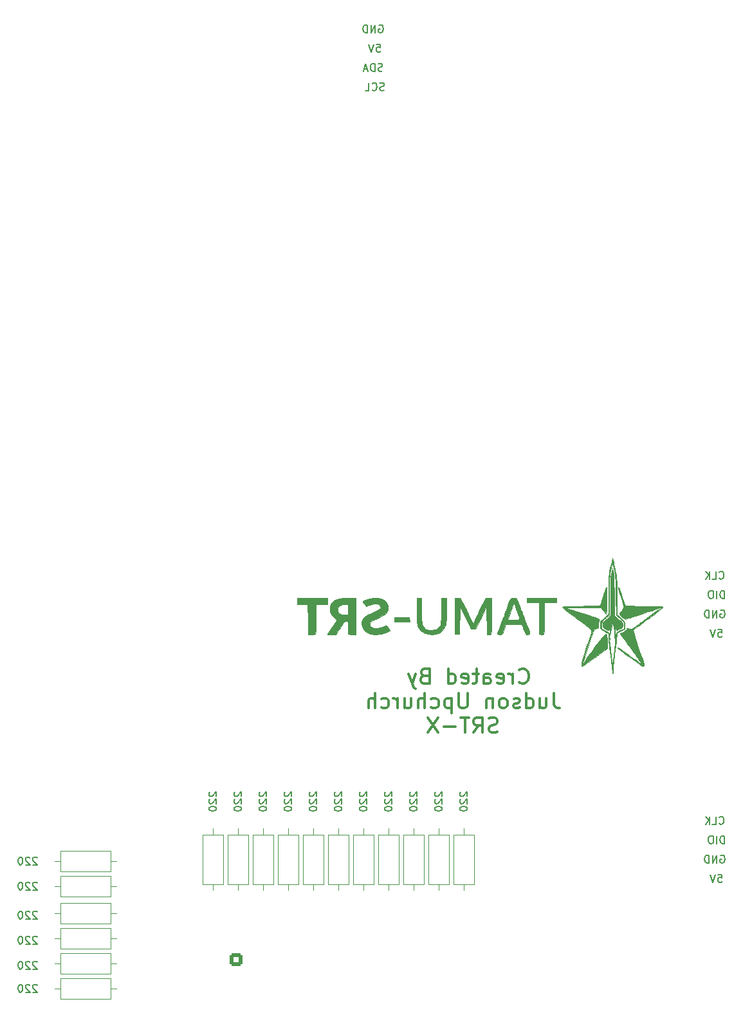
<source format=gbo>
%TF.GenerationSoftware,KiCad,Pcbnew,(6.0.8)*%
%TF.CreationDate,2022-12-20T11:39:24-06:00*%
%TF.ProjectId,Display Board,44697370-6c61-4792-9042-6f6172642e6b,rev?*%
%TF.SameCoordinates,Original*%
%TF.FileFunction,Legend,Bot*%
%TF.FilePolarity,Positive*%
%FSLAX46Y46*%
G04 Gerber Fmt 4.6, Leading zero omitted, Abs format (unit mm)*
G04 Created by KiCad (PCBNEW (6.0.8)) date 2022-12-20 11:39:24*
%MOMM*%
%LPD*%
G01*
G04 APERTURE LIST*
G04 Aperture macros list*
%AMRoundRect*
0 Rectangle with rounded corners*
0 $1 Rounding radius*
0 $2 $3 $4 $5 $6 $7 $8 $9 X,Y pos of 4 corners*
0 Add a 4 corners polygon primitive as box body*
4,1,4,$2,$3,$4,$5,$6,$7,$8,$9,$2,$3,0*
0 Add four circle primitives for the rounded corners*
1,1,$1+$1,$2,$3*
1,1,$1+$1,$4,$5*
1,1,$1+$1,$6,$7*
1,1,$1+$1,$8,$9*
0 Add four rect primitives between the rounded corners*
20,1,$1+$1,$2,$3,$4,$5,0*
20,1,$1+$1,$4,$5,$6,$7,0*
20,1,$1+$1,$6,$7,$8,$9,0*
20,1,$1+$1,$8,$9,$2,$3,0*%
G04 Aperture macros list end*
%ADD10C,0.300000*%
%ADD11C,0.200000*%
%ADD12C,0.150000*%
%ADD13C,0.010000*%
%ADD14C,0.120000*%
%ADD15R,1.800000X1.800000*%
%ADD16C,1.800000*%
%ADD17C,1.524000*%
%ADD18RoundRect,0.250000X0.600000X-0.600000X0.600000X0.600000X-0.600000X0.600000X-0.600000X-0.600000X0*%
%ADD19C,1.700000*%
%ADD20R,1.700000X1.700000*%
%ADD21O,1.700000X1.700000*%
%ADD22C,1.600000*%
%ADD23O,1.600000X1.600000*%
G04 APERTURE END LIST*
D10*
X163880952Y-159744285D02*
X163976190Y-159839523D01*
X164261904Y-159934761D01*
X164452380Y-159934761D01*
X164738095Y-159839523D01*
X164928571Y-159649047D01*
X165023809Y-159458571D01*
X165119047Y-159077619D01*
X165119047Y-158791904D01*
X165023809Y-158410952D01*
X164928571Y-158220476D01*
X164738095Y-158030000D01*
X164452380Y-157934761D01*
X164261904Y-157934761D01*
X163976190Y-158030000D01*
X163880952Y-158125238D01*
X163023809Y-159934761D02*
X163023809Y-158601428D01*
X163023809Y-158982380D02*
X162928571Y-158791904D01*
X162833333Y-158696666D01*
X162642857Y-158601428D01*
X162452380Y-158601428D01*
X161023809Y-159839523D02*
X161214285Y-159934761D01*
X161595238Y-159934761D01*
X161785714Y-159839523D01*
X161880952Y-159649047D01*
X161880952Y-158887142D01*
X161785714Y-158696666D01*
X161595238Y-158601428D01*
X161214285Y-158601428D01*
X161023809Y-158696666D01*
X160928571Y-158887142D01*
X160928571Y-159077619D01*
X161880952Y-159268095D01*
X159214285Y-159934761D02*
X159214285Y-158887142D01*
X159309523Y-158696666D01*
X159500000Y-158601428D01*
X159880952Y-158601428D01*
X160071428Y-158696666D01*
X159214285Y-159839523D02*
X159404761Y-159934761D01*
X159880952Y-159934761D01*
X160071428Y-159839523D01*
X160166666Y-159649047D01*
X160166666Y-159458571D01*
X160071428Y-159268095D01*
X159880952Y-159172857D01*
X159404761Y-159172857D01*
X159214285Y-159077619D01*
X158547619Y-158601428D02*
X157785714Y-158601428D01*
X158261904Y-157934761D02*
X158261904Y-159649047D01*
X158166666Y-159839523D01*
X157976190Y-159934761D01*
X157785714Y-159934761D01*
X156357142Y-159839523D02*
X156547619Y-159934761D01*
X156928571Y-159934761D01*
X157119047Y-159839523D01*
X157214285Y-159649047D01*
X157214285Y-158887142D01*
X157119047Y-158696666D01*
X156928571Y-158601428D01*
X156547619Y-158601428D01*
X156357142Y-158696666D01*
X156261904Y-158887142D01*
X156261904Y-159077619D01*
X157214285Y-159268095D01*
X154547619Y-159934761D02*
X154547619Y-157934761D01*
X154547619Y-159839523D02*
X154738095Y-159934761D01*
X155119047Y-159934761D01*
X155309523Y-159839523D01*
X155404761Y-159744285D01*
X155500000Y-159553809D01*
X155500000Y-158982380D01*
X155404761Y-158791904D01*
X155309523Y-158696666D01*
X155119047Y-158601428D01*
X154738095Y-158601428D01*
X154547619Y-158696666D01*
X151404761Y-158887142D02*
X151119047Y-158982380D01*
X151023809Y-159077619D01*
X150928571Y-159268095D01*
X150928571Y-159553809D01*
X151023809Y-159744285D01*
X151119047Y-159839523D01*
X151309523Y-159934761D01*
X152071428Y-159934761D01*
X152071428Y-157934761D01*
X151404761Y-157934761D01*
X151214285Y-158030000D01*
X151119047Y-158125238D01*
X151023809Y-158315714D01*
X151023809Y-158506190D01*
X151119047Y-158696666D01*
X151214285Y-158791904D01*
X151404761Y-158887142D01*
X152071428Y-158887142D01*
X150261904Y-158601428D02*
X149785714Y-159934761D01*
X149309523Y-158601428D02*
X149785714Y-159934761D01*
X149976190Y-160410952D01*
X150071428Y-160506190D01*
X150261904Y-160601428D01*
X168404761Y-161154761D02*
X168404761Y-162583333D01*
X168500000Y-162869047D01*
X168690476Y-163059523D01*
X168976190Y-163154761D01*
X169166666Y-163154761D01*
X166595238Y-161821428D02*
X166595238Y-163154761D01*
X167452380Y-161821428D02*
X167452380Y-162869047D01*
X167357142Y-163059523D01*
X167166666Y-163154761D01*
X166880952Y-163154761D01*
X166690476Y-163059523D01*
X166595238Y-162964285D01*
X164785714Y-163154761D02*
X164785714Y-161154761D01*
X164785714Y-163059523D02*
X164976190Y-163154761D01*
X165357142Y-163154761D01*
X165547619Y-163059523D01*
X165642857Y-162964285D01*
X165738095Y-162773809D01*
X165738095Y-162202380D01*
X165642857Y-162011904D01*
X165547619Y-161916666D01*
X165357142Y-161821428D01*
X164976190Y-161821428D01*
X164785714Y-161916666D01*
X163928571Y-163059523D02*
X163738095Y-163154761D01*
X163357142Y-163154761D01*
X163166666Y-163059523D01*
X163071428Y-162869047D01*
X163071428Y-162773809D01*
X163166666Y-162583333D01*
X163357142Y-162488095D01*
X163642857Y-162488095D01*
X163833333Y-162392857D01*
X163928571Y-162202380D01*
X163928571Y-162107142D01*
X163833333Y-161916666D01*
X163642857Y-161821428D01*
X163357142Y-161821428D01*
X163166666Y-161916666D01*
X161928571Y-163154761D02*
X162119047Y-163059523D01*
X162214285Y-162964285D01*
X162309523Y-162773809D01*
X162309523Y-162202380D01*
X162214285Y-162011904D01*
X162119047Y-161916666D01*
X161928571Y-161821428D01*
X161642857Y-161821428D01*
X161452380Y-161916666D01*
X161357142Y-162011904D01*
X161261904Y-162202380D01*
X161261904Y-162773809D01*
X161357142Y-162964285D01*
X161452380Y-163059523D01*
X161642857Y-163154761D01*
X161928571Y-163154761D01*
X160404761Y-161821428D02*
X160404761Y-163154761D01*
X160404761Y-162011904D02*
X160309523Y-161916666D01*
X160119047Y-161821428D01*
X159833333Y-161821428D01*
X159642857Y-161916666D01*
X159547619Y-162107142D01*
X159547619Y-163154761D01*
X157071428Y-161154761D02*
X157071428Y-162773809D01*
X156976190Y-162964285D01*
X156880952Y-163059523D01*
X156690476Y-163154761D01*
X156309523Y-163154761D01*
X156119047Y-163059523D01*
X156023809Y-162964285D01*
X155928571Y-162773809D01*
X155928571Y-161154761D01*
X154976190Y-161821428D02*
X154976190Y-163821428D01*
X154976190Y-161916666D02*
X154785714Y-161821428D01*
X154404761Y-161821428D01*
X154214285Y-161916666D01*
X154119047Y-162011904D01*
X154023809Y-162202380D01*
X154023809Y-162773809D01*
X154119047Y-162964285D01*
X154214285Y-163059523D01*
X154404761Y-163154761D01*
X154785714Y-163154761D01*
X154976190Y-163059523D01*
X152309523Y-163059523D02*
X152500000Y-163154761D01*
X152880952Y-163154761D01*
X153071428Y-163059523D01*
X153166666Y-162964285D01*
X153261904Y-162773809D01*
X153261904Y-162202380D01*
X153166666Y-162011904D01*
X153071428Y-161916666D01*
X152880952Y-161821428D01*
X152500000Y-161821428D01*
X152309523Y-161916666D01*
X151452380Y-163154761D02*
X151452380Y-161154761D01*
X150595238Y-163154761D02*
X150595238Y-162107142D01*
X150690476Y-161916666D01*
X150880952Y-161821428D01*
X151166666Y-161821428D01*
X151357142Y-161916666D01*
X151452380Y-162011904D01*
X148785714Y-161821428D02*
X148785714Y-163154761D01*
X149642857Y-161821428D02*
X149642857Y-162869047D01*
X149547619Y-163059523D01*
X149357142Y-163154761D01*
X149071428Y-163154761D01*
X148880952Y-163059523D01*
X148785714Y-162964285D01*
X147833333Y-163154761D02*
X147833333Y-161821428D01*
X147833333Y-162202380D02*
X147738095Y-162011904D01*
X147642857Y-161916666D01*
X147452380Y-161821428D01*
X147261904Y-161821428D01*
X145738095Y-163059523D02*
X145928571Y-163154761D01*
X146309523Y-163154761D01*
X146500000Y-163059523D01*
X146595238Y-162964285D01*
X146690476Y-162773809D01*
X146690476Y-162202380D01*
X146595238Y-162011904D01*
X146500000Y-161916666D01*
X146309523Y-161821428D01*
X145928571Y-161821428D01*
X145738095Y-161916666D01*
X144880952Y-163154761D02*
X144880952Y-161154761D01*
X144023809Y-163154761D02*
X144023809Y-162107142D01*
X144119047Y-161916666D01*
X144309523Y-161821428D01*
X144595238Y-161821428D01*
X144785714Y-161916666D01*
X144880952Y-162011904D01*
X161023809Y-166279523D02*
X160738095Y-166374761D01*
X160261904Y-166374761D01*
X160071428Y-166279523D01*
X159976190Y-166184285D01*
X159880952Y-165993809D01*
X159880952Y-165803333D01*
X159976190Y-165612857D01*
X160071428Y-165517619D01*
X160261904Y-165422380D01*
X160642857Y-165327142D01*
X160833333Y-165231904D01*
X160928571Y-165136666D01*
X161023809Y-164946190D01*
X161023809Y-164755714D01*
X160928571Y-164565238D01*
X160833333Y-164470000D01*
X160642857Y-164374761D01*
X160166666Y-164374761D01*
X159880952Y-164470000D01*
X157880952Y-166374761D02*
X158547619Y-165422380D01*
X159023809Y-166374761D02*
X159023809Y-164374761D01*
X158261904Y-164374761D01*
X158071428Y-164470000D01*
X157976190Y-164565238D01*
X157880952Y-164755714D01*
X157880952Y-165041428D01*
X157976190Y-165231904D01*
X158071428Y-165327142D01*
X158261904Y-165422380D01*
X159023809Y-165422380D01*
X157309523Y-164374761D02*
X156166666Y-164374761D01*
X156738095Y-166374761D02*
X156738095Y-164374761D01*
X155500000Y-165612857D02*
X153976190Y-165612857D01*
X153214285Y-164374761D02*
X151880952Y-166374761D01*
X151880952Y-164374761D02*
X153214285Y-166374761D01*
D11*
X190057976Y-185024380D02*
X190534166Y-185024380D01*
X190581785Y-185500571D01*
X190534166Y-185452952D01*
X190438928Y-185405333D01*
X190200833Y-185405333D01*
X190105595Y-185452952D01*
X190057976Y-185500571D01*
X190010357Y-185595809D01*
X190010357Y-185833904D01*
X190057976Y-185929142D01*
X190105595Y-185976761D01*
X190200833Y-186024380D01*
X190438928Y-186024380D01*
X190534166Y-185976761D01*
X190581785Y-185929142D01*
X189724642Y-185024380D02*
X189391309Y-186024380D01*
X189057976Y-185024380D01*
X190375404Y-182532000D02*
X190470642Y-182484380D01*
X190613500Y-182484380D01*
X190756357Y-182532000D01*
X190851595Y-182627238D01*
X190899214Y-182722476D01*
X190946833Y-182912952D01*
X190946833Y-183055809D01*
X190899214Y-183246285D01*
X190851595Y-183341523D01*
X190756357Y-183436761D01*
X190613500Y-183484380D01*
X190518261Y-183484380D01*
X190375404Y-183436761D01*
X190327785Y-183389142D01*
X190327785Y-183055809D01*
X190518261Y-183055809D01*
X189899214Y-183484380D02*
X189899214Y-182484380D01*
X189327785Y-183484380D01*
X189327785Y-182484380D01*
X188851595Y-183484380D02*
X188851595Y-182484380D01*
X188613500Y-182484380D01*
X188470642Y-182532000D01*
X188375404Y-182627238D01*
X188327785Y-182722476D01*
X188280166Y-182912952D01*
X188280166Y-183055809D01*
X188327785Y-183246285D01*
X188375404Y-183341523D01*
X188470642Y-183436761D01*
X188613500Y-183484380D01*
X188851595Y-183484380D01*
X145417404Y-73312000D02*
X145512642Y-73264380D01*
X145655500Y-73264380D01*
X145798357Y-73312000D01*
X145893595Y-73407238D01*
X145941214Y-73502476D01*
X145988833Y-73692952D01*
X145988833Y-73835809D01*
X145941214Y-74026285D01*
X145893595Y-74121523D01*
X145798357Y-74216761D01*
X145655500Y-74264380D01*
X145560261Y-74264380D01*
X145417404Y-74216761D01*
X145369785Y-74169142D01*
X145369785Y-73835809D01*
X145560261Y-73835809D01*
X144941214Y-74264380D02*
X144941214Y-73264380D01*
X144369785Y-74264380D01*
X144369785Y-73264380D01*
X143893595Y-74264380D02*
X143893595Y-73264380D01*
X143655500Y-73264380D01*
X143512642Y-73312000D01*
X143417404Y-73407238D01*
X143369785Y-73502476D01*
X143322166Y-73692952D01*
X143322166Y-73835809D01*
X143369785Y-74026285D01*
X143417404Y-74121523D01*
X143512642Y-74216761D01*
X143655500Y-74264380D01*
X143893595Y-74264380D01*
X190057976Y-152766380D02*
X190534166Y-152766380D01*
X190581785Y-153242571D01*
X190534166Y-153194952D01*
X190438928Y-153147333D01*
X190200833Y-153147333D01*
X190105595Y-153194952D01*
X190057976Y-153242571D01*
X190010357Y-153337809D01*
X190010357Y-153575904D01*
X190057976Y-153671142D01*
X190105595Y-153718761D01*
X190200833Y-153766380D01*
X190438928Y-153766380D01*
X190534166Y-153718761D01*
X190581785Y-153671142D01*
X189724642Y-152766380D02*
X189391309Y-153766380D01*
X189057976Y-152766380D01*
X190891309Y-180944380D02*
X190891309Y-179944380D01*
X190653214Y-179944380D01*
X190510357Y-179992000D01*
X190415119Y-180087238D01*
X190367500Y-180182476D01*
X190319880Y-180372952D01*
X190319880Y-180515809D01*
X190367500Y-180706285D01*
X190415119Y-180801523D01*
X190510357Y-180896761D01*
X190653214Y-180944380D01*
X190891309Y-180944380D01*
X189891309Y-180944380D02*
X189891309Y-179944380D01*
X189224642Y-179944380D02*
X189034166Y-179944380D01*
X188938928Y-179992000D01*
X188843690Y-180087238D01*
X188796071Y-180277714D01*
X188796071Y-180611047D01*
X188843690Y-180801523D01*
X188938928Y-180896761D01*
X189034166Y-180944380D01*
X189224642Y-180944380D01*
X189319880Y-180896761D01*
X189415119Y-180801523D01*
X189462738Y-180611047D01*
X189462738Y-180277714D01*
X189415119Y-180087238D01*
X189319880Y-179992000D01*
X189224642Y-179944380D01*
X190375404Y-150274000D02*
X190470642Y-150226380D01*
X190613500Y-150226380D01*
X190756357Y-150274000D01*
X190851595Y-150369238D01*
X190899214Y-150464476D01*
X190946833Y-150654952D01*
X190946833Y-150797809D01*
X190899214Y-150988285D01*
X190851595Y-151083523D01*
X190756357Y-151178761D01*
X190613500Y-151226380D01*
X190518261Y-151226380D01*
X190375404Y-151178761D01*
X190327785Y-151131142D01*
X190327785Y-150797809D01*
X190518261Y-150797809D01*
X189899214Y-151226380D02*
X189899214Y-150226380D01*
X189327785Y-151226380D01*
X189327785Y-150226380D01*
X188851595Y-151226380D02*
X188851595Y-150226380D01*
X188613500Y-150226380D01*
X188470642Y-150274000D01*
X188375404Y-150369238D01*
X188327785Y-150464476D01*
X188280166Y-150654952D01*
X188280166Y-150797809D01*
X188327785Y-150988285D01*
X188375404Y-151083523D01*
X188470642Y-151178761D01*
X188613500Y-151226380D01*
X188851595Y-151226380D01*
X145099976Y-75804380D02*
X145576166Y-75804380D01*
X145623785Y-76280571D01*
X145576166Y-76232952D01*
X145480928Y-76185333D01*
X145242833Y-76185333D01*
X145147595Y-76232952D01*
X145099976Y-76280571D01*
X145052357Y-76375809D01*
X145052357Y-76613904D01*
X145099976Y-76709142D01*
X145147595Y-76756761D01*
X145242833Y-76804380D01*
X145480928Y-76804380D01*
X145576166Y-76756761D01*
X145623785Y-76709142D01*
X144766642Y-75804380D02*
X144433309Y-76804380D01*
X144099976Y-75804380D01*
X190208738Y-178309142D02*
X190256357Y-178356761D01*
X190399214Y-178404380D01*
X190494452Y-178404380D01*
X190637309Y-178356761D01*
X190732547Y-178261523D01*
X190780166Y-178166285D01*
X190827785Y-177975809D01*
X190827785Y-177832952D01*
X190780166Y-177642476D01*
X190732547Y-177547238D01*
X190637309Y-177452000D01*
X190494452Y-177404380D01*
X190399214Y-177404380D01*
X190256357Y-177452000D01*
X190208738Y-177499619D01*
X189303976Y-178404380D02*
X189780166Y-178404380D01*
X189780166Y-177404380D01*
X188970642Y-178404380D02*
X188970642Y-177404380D01*
X188399214Y-178404380D02*
X188827785Y-177832952D01*
X188399214Y-177404380D02*
X188970642Y-177975809D01*
X190208738Y-146051142D02*
X190256357Y-146098761D01*
X190399214Y-146146380D01*
X190494452Y-146146380D01*
X190637309Y-146098761D01*
X190732547Y-146003523D01*
X190780166Y-145908285D01*
X190827785Y-145717809D01*
X190827785Y-145574952D01*
X190780166Y-145384476D01*
X190732547Y-145289238D01*
X190637309Y-145194000D01*
X190494452Y-145146380D01*
X190399214Y-145146380D01*
X190256357Y-145194000D01*
X190208738Y-145241619D01*
X189303976Y-146146380D02*
X189780166Y-146146380D01*
X189780166Y-145146380D01*
X188970642Y-146146380D02*
X188970642Y-145146380D01*
X188399214Y-146146380D02*
X188827785Y-145574952D01*
X188399214Y-145146380D02*
X188970642Y-145717809D01*
X146099976Y-81836761D02*
X145957119Y-81884380D01*
X145719023Y-81884380D01*
X145623785Y-81836761D01*
X145576166Y-81789142D01*
X145528547Y-81693904D01*
X145528547Y-81598666D01*
X145576166Y-81503428D01*
X145623785Y-81455809D01*
X145719023Y-81408190D01*
X145909500Y-81360571D01*
X146004738Y-81312952D01*
X146052357Y-81265333D01*
X146099976Y-81170095D01*
X146099976Y-81074857D01*
X146052357Y-80979619D01*
X146004738Y-80932000D01*
X145909500Y-80884380D01*
X145671404Y-80884380D01*
X145528547Y-80932000D01*
X144528547Y-81789142D02*
X144576166Y-81836761D01*
X144719023Y-81884380D01*
X144814261Y-81884380D01*
X144957119Y-81836761D01*
X145052357Y-81741523D01*
X145099976Y-81646285D01*
X145147595Y-81455809D01*
X145147595Y-81312952D01*
X145099976Y-81122476D01*
X145052357Y-81027238D01*
X144957119Y-80932000D01*
X144814261Y-80884380D01*
X144719023Y-80884380D01*
X144576166Y-80932000D01*
X144528547Y-80979619D01*
X143623785Y-81884380D02*
X144099976Y-81884380D01*
X144099976Y-80884380D01*
X145869785Y-79296761D02*
X145726928Y-79344380D01*
X145488833Y-79344380D01*
X145393595Y-79296761D01*
X145345976Y-79249142D01*
X145298357Y-79153904D01*
X145298357Y-79058666D01*
X145345976Y-78963428D01*
X145393595Y-78915809D01*
X145488833Y-78868190D01*
X145679309Y-78820571D01*
X145774547Y-78772952D01*
X145822166Y-78725333D01*
X145869785Y-78630095D01*
X145869785Y-78534857D01*
X145822166Y-78439619D01*
X145774547Y-78392000D01*
X145679309Y-78344380D01*
X145441214Y-78344380D01*
X145298357Y-78392000D01*
X144869785Y-79344380D02*
X144869785Y-78344380D01*
X144631690Y-78344380D01*
X144488833Y-78392000D01*
X144393595Y-78487238D01*
X144345976Y-78582476D01*
X144298357Y-78772952D01*
X144298357Y-78915809D01*
X144345976Y-79106285D01*
X144393595Y-79201523D01*
X144488833Y-79296761D01*
X144631690Y-79344380D01*
X144869785Y-79344380D01*
X143917404Y-79058666D02*
X143441214Y-79058666D01*
X144012642Y-79344380D02*
X143679309Y-78344380D01*
X143345976Y-79344380D01*
X190891309Y-148686380D02*
X190891309Y-147686380D01*
X190653214Y-147686380D01*
X190510357Y-147734000D01*
X190415119Y-147829238D01*
X190367500Y-147924476D01*
X190319880Y-148114952D01*
X190319880Y-148257809D01*
X190367500Y-148448285D01*
X190415119Y-148543523D01*
X190510357Y-148638761D01*
X190653214Y-148686380D01*
X190891309Y-148686380D01*
X189891309Y-148686380D02*
X189891309Y-147686380D01*
X189224642Y-147686380D02*
X189034166Y-147686380D01*
X188938928Y-147734000D01*
X188843690Y-147829238D01*
X188796071Y-148019714D01*
X188796071Y-148353047D01*
X188843690Y-148543523D01*
X188938928Y-148638761D01*
X189034166Y-148686380D01*
X189224642Y-148686380D01*
X189319880Y-148638761D01*
X189415119Y-148543523D01*
X189462738Y-148353047D01*
X189462738Y-148019714D01*
X189415119Y-147829238D01*
X189319880Y-147734000D01*
X189224642Y-147686380D01*
D12*
%TO.C,R14*%
X100427595Y-189945619D02*
X100379976Y-189898000D01*
X100284738Y-189850380D01*
X100046642Y-189850380D01*
X99951404Y-189898000D01*
X99903785Y-189945619D01*
X99856166Y-190040857D01*
X99856166Y-190136095D01*
X99903785Y-190278952D01*
X100475214Y-190850380D01*
X99856166Y-190850380D01*
X99475214Y-189945619D02*
X99427595Y-189898000D01*
X99332357Y-189850380D01*
X99094261Y-189850380D01*
X98999023Y-189898000D01*
X98951404Y-189945619D01*
X98903785Y-190040857D01*
X98903785Y-190136095D01*
X98951404Y-190278952D01*
X99522833Y-190850380D01*
X98903785Y-190850380D01*
X98284738Y-189850380D02*
X98189500Y-189850380D01*
X98094261Y-189898000D01*
X98046642Y-189945619D01*
X97999023Y-190040857D01*
X97951404Y-190231333D01*
X97951404Y-190469428D01*
X97999023Y-190659904D01*
X98046642Y-190755142D01*
X98094261Y-190802761D01*
X98189500Y-190850380D01*
X98284738Y-190850380D01*
X98379976Y-190802761D01*
X98427595Y-190755142D01*
X98475214Y-190659904D01*
X98522833Y-190469428D01*
X98522833Y-190231333D01*
X98475214Y-190040857D01*
X98427595Y-189945619D01*
X98379976Y-189898000D01*
X98284738Y-189850380D01*
%TO.C,R5*%
X139631119Y-174173904D02*
X139583500Y-174221523D01*
X139535880Y-174316761D01*
X139535880Y-174554857D01*
X139583500Y-174650095D01*
X139631119Y-174697714D01*
X139726357Y-174745333D01*
X139821595Y-174745333D01*
X139964452Y-174697714D01*
X140535880Y-174126285D01*
X140535880Y-174745333D01*
X139631119Y-175126285D02*
X139583500Y-175173904D01*
X139535880Y-175269142D01*
X139535880Y-175507238D01*
X139583500Y-175602476D01*
X139631119Y-175650095D01*
X139726357Y-175697714D01*
X139821595Y-175697714D01*
X139964452Y-175650095D01*
X140535880Y-175078666D01*
X140535880Y-175697714D01*
X139535880Y-176316761D02*
X139535880Y-176412000D01*
X139583500Y-176507238D01*
X139631119Y-176554857D01*
X139726357Y-176602476D01*
X139916833Y-176650095D01*
X140154928Y-176650095D01*
X140345404Y-176602476D01*
X140440642Y-176554857D01*
X140488261Y-176507238D01*
X140535880Y-176412000D01*
X140535880Y-176316761D01*
X140488261Y-176221523D01*
X140440642Y-176173904D01*
X140345404Y-176126285D01*
X140154928Y-176078666D01*
X139916833Y-176078666D01*
X139726357Y-176126285D01*
X139631119Y-176173904D01*
X139583500Y-176221523D01*
X139535880Y-176316761D01*
%TO.C,R7*%
X142933119Y-174173904D02*
X142885500Y-174221523D01*
X142837880Y-174316761D01*
X142837880Y-174554857D01*
X142885500Y-174650095D01*
X142933119Y-174697714D01*
X143028357Y-174745333D01*
X143123595Y-174745333D01*
X143266452Y-174697714D01*
X143837880Y-174126285D01*
X143837880Y-174745333D01*
X142933119Y-175126285D02*
X142885500Y-175173904D01*
X142837880Y-175269142D01*
X142837880Y-175507238D01*
X142885500Y-175602476D01*
X142933119Y-175650095D01*
X143028357Y-175697714D01*
X143123595Y-175697714D01*
X143266452Y-175650095D01*
X143837880Y-175078666D01*
X143837880Y-175697714D01*
X142837880Y-176316761D02*
X142837880Y-176412000D01*
X142885500Y-176507238D01*
X142933119Y-176554857D01*
X143028357Y-176602476D01*
X143218833Y-176650095D01*
X143456928Y-176650095D01*
X143647404Y-176602476D01*
X143742642Y-176554857D01*
X143790261Y-176507238D01*
X143837880Y-176412000D01*
X143837880Y-176316761D01*
X143790261Y-176221523D01*
X143742642Y-176173904D01*
X143647404Y-176126285D01*
X143456928Y-176078666D01*
X143218833Y-176078666D01*
X143028357Y-176126285D01*
X142933119Y-176173904D01*
X142885500Y-176221523D01*
X142837880Y-176316761D01*
%TO.C,R1*%
X152839119Y-174173904D02*
X152791500Y-174221523D01*
X152743880Y-174316761D01*
X152743880Y-174554857D01*
X152791500Y-174650095D01*
X152839119Y-174697714D01*
X152934357Y-174745333D01*
X153029595Y-174745333D01*
X153172452Y-174697714D01*
X153743880Y-174126285D01*
X153743880Y-174745333D01*
X152839119Y-175126285D02*
X152791500Y-175173904D01*
X152743880Y-175269142D01*
X152743880Y-175507238D01*
X152791500Y-175602476D01*
X152839119Y-175650095D01*
X152934357Y-175697714D01*
X153029595Y-175697714D01*
X153172452Y-175650095D01*
X153743880Y-175078666D01*
X153743880Y-175697714D01*
X152743880Y-176316761D02*
X152743880Y-176412000D01*
X152791500Y-176507238D01*
X152839119Y-176554857D01*
X152934357Y-176602476D01*
X153124833Y-176650095D01*
X153362928Y-176650095D01*
X153553404Y-176602476D01*
X153648642Y-176554857D01*
X153696261Y-176507238D01*
X153743880Y-176412000D01*
X153743880Y-176316761D01*
X153696261Y-176221523D01*
X153648642Y-176173904D01*
X153553404Y-176126285D01*
X153362928Y-176078666D01*
X153124833Y-176078666D01*
X152934357Y-176126285D01*
X152839119Y-176173904D01*
X152791500Y-176221523D01*
X152743880Y-176316761D01*
%TO.C,R10*%
X156141119Y-174173904D02*
X156093500Y-174221523D01*
X156045880Y-174316761D01*
X156045880Y-174554857D01*
X156093500Y-174650095D01*
X156141119Y-174697714D01*
X156236357Y-174745333D01*
X156331595Y-174745333D01*
X156474452Y-174697714D01*
X157045880Y-174126285D01*
X157045880Y-174745333D01*
X156141119Y-175126285D02*
X156093500Y-175173904D01*
X156045880Y-175269142D01*
X156045880Y-175507238D01*
X156093500Y-175602476D01*
X156141119Y-175650095D01*
X156236357Y-175697714D01*
X156331595Y-175697714D01*
X156474452Y-175650095D01*
X157045880Y-175078666D01*
X157045880Y-175697714D01*
X156045880Y-176316761D02*
X156045880Y-176412000D01*
X156093500Y-176507238D01*
X156141119Y-176554857D01*
X156236357Y-176602476D01*
X156426833Y-176650095D01*
X156664928Y-176650095D01*
X156855404Y-176602476D01*
X156950642Y-176554857D01*
X156998261Y-176507238D01*
X157045880Y-176412000D01*
X157045880Y-176316761D01*
X156998261Y-176221523D01*
X156950642Y-176173904D01*
X156855404Y-176126285D01*
X156664928Y-176078666D01*
X156426833Y-176078666D01*
X156236357Y-176126285D01*
X156141119Y-176173904D01*
X156093500Y-176221523D01*
X156045880Y-176316761D01*
%TO.C,R6*%
X136329119Y-174173904D02*
X136281500Y-174221523D01*
X136233880Y-174316761D01*
X136233880Y-174554857D01*
X136281500Y-174650095D01*
X136329119Y-174697714D01*
X136424357Y-174745333D01*
X136519595Y-174745333D01*
X136662452Y-174697714D01*
X137233880Y-174126285D01*
X137233880Y-174745333D01*
X136329119Y-175126285D02*
X136281500Y-175173904D01*
X136233880Y-175269142D01*
X136233880Y-175507238D01*
X136281500Y-175602476D01*
X136329119Y-175650095D01*
X136424357Y-175697714D01*
X136519595Y-175697714D01*
X136662452Y-175650095D01*
X137233880Y-175078666D01*
X137233880Y-175697714D01*
X136233880Y-176316761D02*
X136233880Y-176412000D01*
X136281500Y-176507238D01*
X136329119Y-176554857D01*
X136424357Y-176602476D01*
X136614833Y-176650095D01*
X136852928Y-176650095D01*
X137043404Y-176602476D01*
X137138642Y-176554857D01*
X137186261Y-176507238D01*
X137233880Y-176412000D01*
X137233880Y-176316761D01*
X137186261Y-176221523D01*
X137138642Y-176173904D01*
X137043404Y-176126285D01*
X136852928Y-176078666D01*
X136614833Y-176078666D01*
X136424357Y-176126285D01*
X136329119Y-176173904D01*
X136281500Y-176221523D01*
X136233880Y-176316761D01*
%TO.C,R16*%
X123121119Y-174173904D02*
X123073500Y-174221523D01*
X123025880Y-174316761D01*
X123025880Y-174554857D01*
X123073500Y-174650095D01*
X123121119Y-174697714D01*
X123216357Y-174745333D01*
X123311595Y-174745333D01*
X123454452Y-174697714D01*
X124025880Y-174126285D01*
X124025880Y-174745333D01*
X123121119Y-175126285D02*
X123073500Y-175173904D01*
X123025880Y-175269142D01*
X123025880Y-175507238D01*
X123073500Y-175602476D01*
X123121119Y-175650095D01*
X123216357Y-175697714D01*
X123311595Y-175697714D01*
X123454452Y-175650095D01*
X124025880Y-175078666D01*
X124025880Y-175697714D01*
X123025880Y-176316761D02*
X123025880Y-176412000D01*
X123073500Y-176507238D01*
X123121119Y-176554857D01*
X123216357Y-176602476D01*
X123406833Y-176650095D01*
X123644928Y-176650095D01*
X123835404Y-176602476D01*
X123930642Y-176554857D01*
X123978261Y-176507238D01*
X124025880Y-176412000D01*
X124025880Y-176316761D01*
X123978261Y-176221523D01*
X123930642Y-176173904D01*
X123835404Y-176126285D01*
X123644928Y-176078666D01*
X123406833Y-176078666D01*
X123216357Y-176126285D01*
X123121119Y-176173904D01*
X123073500Y-176221523D01*
X123025880Y-176316761D01*
%TO.C,R3*%
X129725119Y-174173904D02*
X129677500Y-174221523D01*
X129629880Y-174316761D01*
X129629880Y-174554857D01*
X129677500Y-174650095D01*
X129725119Y-174697714D01*
X129820357Y-174745333D01*
X129915595Y-174745333D01*
X130058452Y-174697714D01*
X130629880Y-174126285D01*
X130629880Y-174745333D01*
X129725119Y-175126285D02*
X129677500Y-175173904D01*
X129629880Y-175269142D01*
X129629880Y-175507238D01*
X129677500Y-175602476D01*
X129725119Y-175650095D01*
X129820357Y-175697714D01*
X129915595Y-175697714D01*
X130058452Y-175650095D01*
X130629880Y-175078666D01*
X130629880Y-175697714D01*
X129629880Y-176316761D02*
X129629880Y-176412000D01*
X129677500Y-176507238D01*
X129725119Y-176554857D01*
X129820357Y-176602476D01*
X130010833Y-176650095D01*
X130248928Y-176650095D01*
X130439404Y-176602476D01*
X130534642Y-176554857D01*
X130582261Y-176507238D01*
X130629880Y-176412000D01*
X130629880Y-176316761D01*
X130582261Y-176221523D01*
X130534642Y-176173904D01*
X130439404Y-176126285D01*
X130248928Y-176078666D01*
X130010833Y-176078666D01*
X129820357Y-176126285D01*
X129725119Y-176173904D01*
X129677500Y-176221523D01*
X129629880Y-176316761D01*
%TO.C,R17*%
X100427595Y-182833619D02*
X100379976Y-182786000D01*
X100284738Y-182738380D01*
X100046642Y-182738380D01*
X99951404Y-182786000D01*
X99903785Y-182833619D01*
X99856166Y-182928857D01*
X99856166Y-183024095D01*
X99903785Y-183166952D01*
X100475214Y-183738380D01*
X99856166Y-183738380D01*
X99475214Y-182833619D02*
X99427595Y-182786000D01*
X99332357Y-182738380D01*
X99094261Y-182738380D01*
X98999023Y-182786000D01*
X98951404Y-182833619D01*
X98903785Y-182928857D01*
X98903785Y-183024095D01*
X98951404Y-183166952D01*
X99522833Y-183738380D01*
X98903785Y-183738380D01*
X98284738Y-182738380D02*
X98189500Y-182738380D01*
X98094261Y-182786000D01*
X98046642Y-182833619D01*
X97999023Y-182928857D01*
X97951404Y-183119333D01*
X97951404Y-183357428D01*
X97999023Y-183547904D01*
X98046642Y-183643142D01*
X98094261Y-183690761D01*
X98189500Y-183738380D01*
X98284738Y-183738380D01*
X98379976Y-183690761D01*
X98427595Y-183643142D01*
X98475214Y-183547904D01*
X98522833Y-183357428D01*
X98522833Y-183119333D01*
X98475214Y-182928857D01*
X98427595Y-182833619D01*
X98379976Y-182786000D01*
X98284738Y-182738380D01*
%TO.C,R13*%
X100427595Y-196549619D02*
X100379976Y-196502000D01*
X100284738Y-196454380D01*
X100046642Y-196454380D01*
X99951404Y-196502000D01*
X99903785Y-196549619D01*
X99856166Y-196644857D01*
X99856166Y-196740095D01*
X99903785Y-196882952D01*
X100475214Y-197454380D01*
X99856166Y-197454380D01*
X99475214Y-196549619D02*
X99427595Y-196502000D01*
X99332357Y-196454380D01*
X99094261Y-196454380D01*
X98999023Y-196502000D01*
X98951404Y-196549619D01*
X98903785Y-196644857D01*
X98903785Y-196740095D01*
X98951404Y-196882952D01*
X99522833Y-197454380D01*
X98903785Y-197454380D01*
X98284738Y-196454380D02*
X98189500Y-196454380D01*
X98094261Y-196502000D01*
X98046642Y-196549619D01*
X97999023Y-196644857D01*
X97951404Y-196835333D01*
X97951404Y-197073428D01*
X97999023Y-197263904D01*
X98046642Y-197359142D01*
X98094261Y-197406761D01*
X98189500Y-197454380D01*
X98284738Y-197454380D01*
X98379976Y-197406761D01*
X98427595Y-197359142D01*
X98475214Y-197263904D01*
X98522833Y-197073428D01*
X98522833Y-196835333D01*
X98475214Y-196644857D01*
X98427595Y-196549619D01*
X98379976Y-196502000D01*
X98284738Y-196454380D01*
%TO.C,R9*%
X149537119Y-174173904D02*
X149489500Y-174221523D01*
X149441880Y-174316761D01*
X149441880Y-174554857D01*
X149489500Y-174650095D01*
X149537119Y-174697714D01*
X149632357Y-174745333D01*
X149727595Y-174745333D01*
X149870452Y-174697714D01*
X150441880Y-174126285D01*
X150441880Y-174745333D01*
X149537119Y-175126285D02*
X149489500Y-175173904D01*
X149441880Y-175269142D01*
X149441880Y-175507238D01*
X149489500Y-175602476D01*
X149537119Y-175650095D01*
X149632357Y-175697714D01*
X149727595Y-175697714D01*
X149870452Y-175650095D01*
X150441880Y-175078666D01*
X150441880Y-175697714D01*
X149441880Y-176316761D02*
X149441880Y-176412000D01*
X149489500Y-176507238D01*
X149537119Y-176554857D01*
X149632357Y-176602476D01*
X149822833Y-176650095D01*
X150060928Y-176650095D01*
X150251404Y-176602476D01*
X150346642Y-176554857D01*
X150394261Y-176507238D01*
X150441880Y-176412000D01*
X150441880Y-176316761D01*
X150394261Y-176221523D01*
X150346642Y-176173904D01*
X150251404Y-176126285D01*
X150060928Y-176078666D01*
X149822833Y-176078666D01*
X149632357Y-176126285D01*
X149537119Y-176173904D01*
X149489500Y-176221523D01*
X149441880Y-176316761D01*
%TO.C,R15*%
X100427595Y-186135619D02*
X100379976Y-186088000D01*
X100284738Y-186040380D01*
X100046642Y-186040380D01*
X99951404Y-186088000D01*
X99903785Y-186135619D01*
X99856166Y-186230857D01*
X99856166Y-186326095D01*
X99903785Y-186468952D01*
X100475214Y-187040380D01*
X99856166Y-187040380D01*
X99475214Y-186135619D02*
X99427595Y-186088000D01*
X99332357Y-186040380D01*
X99094261Y-186040380D01*
X98999023Y-186088000D01*
X98951404Y-186135619D01*
X98903785Y-186230857D01*
X98903785Y-186326095D01*
X98951404Y-186468952D01*
X99522833Y-187040380D01*
X98903785Y-187040380D01*
X98284738Y-186040380D02*
X98189500Y-186040380D01*
X98094261Y-186088000D01*
X98046642Y-186135619D01*
X97999023Y-186230857D01*
X97951404Y-186421333D01*
X97951404Y-186659428D01*
X97999023Y-186849904D01*
X98046642Y-186945142D01*
X98094261Y-186992761D01*
X98189500Y-187040380D01*
X98284738Y-187040380D01*
X98379976Y-186992761D01*
X98427595Y-186945142D01*
X98475214Y-186849904D01*
X98522833Y-186659428D01*
X98522833Y-186421333D01*
X98475214Y-186230857D01*
X98427595Y-186135619D01*
X98379976Y-186088000D01*
X98284738Y-186040380D01*
%TO.C,R11*%
X100427595Y-199597619D02*
X100379976Y-199550000D01*
X100284738Y-199502380D01*
X100046642Y-199502380D01*
X99951404Y-199550000D01*
X99903785Y-199597619D01*
X99856166Y-199692857D01*
X99856166Y-199788095D01*
X99903785Y-199930952D01*
X100475214Y-200502380D01*
X99856166Y-200502380D01*
X99475214Y-199597619D02*
X99427595Y-199550000D01*
X99332357Y-199502380D01*
X99094261Y-199502380D01*
X98999023Y-199550000D01*
X98951404Y-199597619D01*
X98903785Y-199692857D01*
X98903785Y-199788095D01*
X98951404Y-199930952D01*
X99522833Y-200502380D01*
X98903785Y-200502380D01*
X98284738Y-199502380D02*
X98189500Y-199502380D01*
X98094261Y-199550000D01*
X98046642Y-199597619D01*
X97999023Y-199692857D01*
X97951404Y-199883333D01*
X97951404Y-200121428D01*
X97999023Y-200311904D01*
X98046642Y-200407142D01*
X98094261Y-200454761D01*
X98189500Y-200502380D01*
X98284738Y-200502380D01*
X98379976Y-200454761D01*
X98427595Y-200407142D01*
X98475214Y-200311904D01*
X98522833Y-200121428D01*
X98522833Y-199883333D01*
X98475214Y-199692857D01*
X98427595Y-199597619D01*
X98379976Y-199550000D01*
X98284738Y-199502380D01*
%TO.C,R8*%
X133027119Y-174173904D02*
X132979500Y-174221523D01*
X132931880Y-174316761D01*
X132931880Y-174554857D01*
X132979500Y-174650095D01*
X133027119Y-174697714D01*
X133122357Y-174745333D01*
X133217595Y-174745333D01*
X133360452Y-174697714D01*
X133931880Y-174126285D01*
X133931880Y-174745333D01*
X133027119Y-175126285D02*
X132979500Y-175173904D01*
X132931880Y-175269142D01*
X132931880Y-175507238D01*
X132979500Y-175602476D01*
X133027119Y-175650095D01*
X133122357Y-175697714D01*
X133217595Y-175697714D01*
X133360452Y-175650095D01*
X133931880Y-175078666D01*
X133931880Y-175697714D01*
X132931880Y-176316761D02*
X132931880Y-176412000D01*
X132979500Y-176507238D01*
X133027119Y-176554857D01*
X133122357Y-176602476D01*
X133312833Y-176650095D01*
X133550928Y-176650095D01*
X133741404Y-176602476D01*
X133836642Y-176554857D01*
X133884261Y-176507238D01*
X133931880Y-176412000D01*
X133931880Y-176316761D01*
X133884261Y-176221523D01*
X133836642Y-176173904D01*
X133741404Y-176126285D01*
X133550928Y-176078666D01*
X133312833Y-176078666D01*
X133122357Y-176126285D01*
X133027119Y-176173904D01*
X132979500Y-176221523D01*
X132931880Y-176316761D01*
%TO.C,R12*%
X100427595Y-193247619D02*
X100379976Y-193200000D01*
X100284738Y-193152380D01*
X100046642Y-193152380D01*
X99951404Y-193200000D01*
X99903785Y-193247619D01*
X99856166Y-193342857D01*
X99856166Y-193438095D01*
X99903785Y-193580952D01*
X100475214Y-194152380D01*
X99856166Y-194152380D01*
X99475214Y-193247619D02*
X99427595Y-193200000D01*
X99332357Y-193152380D01*
X99094261Y-193152380D01*
X98999023Y-193200000D01*
X98951404Y-193247619D01*
X98903785Y-193342857D01*
X98903785Y-193438095D01*
X98951404Y-193580952D01*
X99522833Y-194152380D01*
X98903785Y-194152380D01*
X98284738Y-193152380D02*
X98189500Y-193152380D01*
X98094261Y-193200000D01*
X98046642Y-193247619D01*
X97999023Y-193342857D01*
X97951404Y-193533333D01*
X97951404Y-193771428D01*
X97999023Y-193961904D01*
X98046642Y-194057142D01*
X98094261Y-194104761D01*
X98189500Y-194152380D01*
X98284738Y-194152380D01*
X98379976Y-194104761D01*
X98427595Y-194057142D01*
X98475214Y-193961904D01*
X98522833Y-193771428D01*
X98522833Y-193533333D01*
X98475214Y-193342857D01*
X98427595Y-193247619D01*
X98379976Y-193200000D01*
X98284738Y-193152380D01*
%TO.C,R4*%
X126423119Y-174173904D02*
X126375500Y-174221523D01*
X126327880Y-174316761D01*
X126327880Y-174554857D01*
X126375500Y-174650095D01*
X126423119Y-174697714D01*
X126518357Y-174745333D01*
X126613595Y-174745333D01*
X126756452Y-174697714D01*
X127327880Y-174126285D01*
X127327880Y-174745333D01*
X126423119Y-175126285D02*
X126375500Y-175173904D01*
X126327880Y-175269142D01*
X126327880Y-175507238D01*
X126375500Y-175602476D01*
X126423119Y-175650095D01*
X126518357Y-175697714D01*
X126613595Y-175697714D01*
X126756452Y-175650095D01*
X127327880Y-175078666D01*
X127327880Y-175697714D01*
X126327880Y-176316761D02*
X126327880Y-176412000D01*
X126375500Y-176507238D01*
X126423119Y-176554857D01*
X126518357Y-176602476D01*
X126708833Y-176650095D01*
X126946928Y-176650095D01*
X127137404Y-176602476D01*
X127232642Y-176554857D01*
X127280261Y-176507238D01*
X127327880Y-176412000D01*
X127327880Y-176316761D01*
X127280261Y-176221523D01*
X127232642Y-176173904D01*
X127137404Y-176126285D01*
X126946928Y-176078666D01*
X126708833Y-176078666D01*
X126518357Y-176126285D01*
X126423119Y-176173904D01*
X126375500Y-176221523D01*
X126327880Y-176316761D01*
%TO.C,R18*%
X146235119Y-174173904D02*
X146187500Y-174221523D01*
X146139880Y-174316761D01*
X146139880Y-174554857D01*
X146187500Y-174650095D01*
X146235119Y-174697714D01*
X146330357Y-174745333D01*
X146425595Y-174745333D01*
X146568452Y-174697714D01*
X147139880Y-174126285D01*
X147139880Y-174745333D01*
X146235119Y-175126285D02*
X146187500Y-175173904D01*
X146139880Y-175269142D01*
X146139880Y-175507238D01*
X146187500Y-175602476D01*
X146235119Y-175650095D01*
X146330357Y-175697714D01*
X146425595Y-175697714D01*
X146568452Y-175650095D01*
X147139880Y-175078666D01*
X147139880Y-175697714D01*
X146139880Y-176316761D02*
X146139880Y-176412000D01*
X146187500Y-176507238D01*
X146235119Y-176554857D01*
X146330357Y-176602476D01*
X146520833Y-176650095D01*
X146758928Y-176650095D01*
X146949404Y-176602476D01*
X147044642Y-176554857D01*
X147092261Y-176507238D01*
X147139880Y-176412000D01*
X147139880Y-176316761D01*
X147092261Y-176221523D01*
X147044642Y-176173904D01*
X146949404Y-176126285D01*
X146758928Y-176078666D01*
X146520833Y-176078666D01*
X146330357Y-176126285D01*
X146235119Y-176173904D01*
X146187500Y-176221523D01*
X146139880Y-176316761D01*
%TO.C,G\u002A\u002A\u002A*%
G36*
X177751334Y-152736198D02*
G01*
X176762110Y-153209004D01*
X176624117Y-154364002D01*
X176618811Y-154408445D01*
X176502966Y-155393992D01*
X176405527Y-156254094D01*
X176327375Y-156980281D01*
X176269392Y-157564084D01*
X176232459Y-157997036D01*
X176217458Y-158270667D01*
X176213862Y-158429596D01*
X176204847Y-158556274D01*
X176184272Y-158532610D01*
X176143431Y-158370323D01*
X176114236Y-158211533D01*
X176070795Y-157907753D01*
X176023284Y-157521780D01*
X175977793Y-157100323D01*
X175951220Y-156841800D01*
X175888479Y-156262299D01*
X175820071Y-155661054D01*
X175756696Y-155133236D01*
X175717683Y-154797135D01*
X175674766Y-154361215D01*
X175645493Y-153981189D01*
X175634667Y-153712974D01*
X175632507Y-153547656D01*
X175608699Y-153355606D01*
X175539946Y-153251483D01*
X175403557Y-153183274D01*
X175232854Y-153107000D01*
X175128390Y-153037203D01*
X175125215Y-153033394D01*
X175016541Y-152954119D01*
X174830334Y-152849183D01*
X174707429Y-152777311D01*
X174623253Y-152680229D01*
X174703334Y-152680229D01*
X175211334Y-152936667D01*
X175318088Y-152990883D01*
X175544686Y-153116808D01*
X175664403Y-153222201D01*
X175711274Y-153346853D01*
X175719334Y-153530552D01*
X175721522Y-153605412D01*
X175752017Y-153792914D01*
X175806979Y-153868000D01*
X175850610Y-153894276D01*
X175809688Y-154026706D01*
X175799002Y-154049733D01*
X175767006Y-154293636D01*
X175806980Y-154682872D01*
X175835926Y-154879116D01*
X175883295Y-155257931D01*
X175932166Y-155702273D01*
X175975609Y-156151772D01*
X176011775Y-156509403D01*
X176055130Y-156845118D01*
X176096927Y-157085139D01*
X176131680Y-157192880D01*
X176162250Y-157159632D01*
X176206941Y-156990195D01*
X176255465Y-156709504D01*
X176301606Y-156348441D01*
X176327645Y-156112770D01*
X176381603Y-155632589D01*
X176434244Y-155173118D01*
X176477152Y-154808181D01*
X176503892Y-154512636D01*
X176507380Y-154185933D01*
X176474554Y-153977169D01*
X176437409Y-153809112D01*
X176407955Y-153523047D01*
X176396667Y-153194876D01*
X176383103Y-152896214D01*
X176339838Y-152568632D01*
X176277176Y-152333256D01*
X176157685Y-152049071D01*
X176071689Y-152260036D01*
X176023994Y-152416108D01*
X175961426Y-152698751D01*
X175906633Y-153021334D01*
X175827574Y-153571667D01*
X175813213Y-153106000D01*
X175812218Y-153075624D01*
X175795655Y-152832634D01*
X175765147Y-152740611D01*
X175715672Y-152782925D01*
X175681368Y-152834590D01*
X175608766Y-152875511D01*
X175481779Y-152845628D01*
X175252845Y-152740592D01*
X175078031Y-152651596D01*
X174937853Y-152545231D01*
X174883890Y-152406169D01*
X174876404Y-152174667D01*
X174878530Y-152069327D01*
X174901236Y-151898722D01*
X174972900Y-151762019D01*
X175122913Y-151614806D01*
X175380667Y-151412667D01*
X175881725Y-151031667D01*
X175885196Y-148426889D01*
X175886951Y-147769032D01*
X175891661Y-147131706D01*
X175900202Y-146624413D01*
X175913600Y-146225891D01*
X175932879Y-145914875D01*
X175959066Y-145670100D01*
X175993186Y-145470304D01*
X176036264Y-145294222D01*
X176183861Y-144766334D01*
X176258504Y-145147334D01*
X176267826Y-145212486D01*
X176288614Y-145462570D01*
X176310284Y-145846623D01*
X176331851Y-146340713D01*
X176352329Y-146920912D01*
X176370732Y-147563287D01*
X176386074Y-148243910D01*
X176439000Y-150959487D01*
X176777667Y-151276947D01*
X176906846Y-151395048D01*
X177134695Y-151591270D01*
X177306834Y-151724941D01*
X177339940Y-151749354D01*
X177462249Y-151916346D01*
X177497334Y-152179949D01*
X177490693Y-152340009D01*
X177443231Y-152476375D01*
X177316945Y-152586054D01*
X177074000Y-152717051D01*
X177030632Y-152738663D01*
X176800965Y-152841405D01*
X176683598Y-152861953D01*
X176650667Y-152806173D01*
X176641690Y-152750993D01*
X176566000Y-152682667D01*
X176565690Y-152682670D01*
X176523160Y-152762572D01*
X176497041Y-152978173D01*
X176491343Y-153296500D01*
X176495111Y-153511559D01*
X176502287Y-153722998D01*
X176515567Y-153787352D01*
X176540235Y-153718252D01*
X176581573Y-153529334D01*
X176586763Y-153504928D01*
X176642670Y-153301378D01*
X176730032Y-153163020D01*
X176890125Y-153045619D01*
X177164231Y-152904939D01*
X177666667Y-152661544D01*
X177666667Y-152208796D01*
X177664691Y-152028573D01*
X177641669Y-151852270D01*
X177569798Y-151713318D01*
X177421203Y-151564108D01*
X177168014Y-151357028D01*
X176669360Y-150958008D01*
X176614457Y-148370171D01*
X176609503Y-148148661D01*
X176591974Y-147496667D01*
X176571513Y-146892829D01*
X176549215Y-146361378D01*
X176526176Y-145926546D01*
X176503489Y-145612565D01*
X176482250Y-145443667D01*
X176390080Y-145045887D01*
X176286718Y-144628100D01*
X176207121Y-144357712D01*
X176145731Y-144223889D01*
X176096991Y-144215801D01*
X176055341Y-144322615D01*
X176015224Y-144533500D01*
X175989799Y-144674411D01*
X175921856Y-144993138D01*
X175842054Y-145322221D01*
X175816620Y-145437213D01*
X175783770Y-145666563D01*
X175758574Y-145973053D01*
X175740282Y-146375113D01*
X175728144Y-146891171D01*
X175721411Y-147539659D01*
X175719334Y-148339006D01*
X175719334Y-150884569D01*
X175444167Y-151096139D01*
X175382682Y-151143558D01*
X175073464Y-151392732D01*
X174875165Y-151587628D01*
X174763540Y-151764754D01*
X174714345Y-151960621D01*
X174703334Y-152211739D01*
X174703334Y-152680229D01*
X174623253Y-152680229D01*
X174617420Y-152673502D01*
X174572702Y-152503825D01*
X174550381Y-152216547D01*
X174546619Y-151910988D01*
X174580545Y-151720104D01*
X174660312Y-151614367D01*
X174776407Y-151519750D01*
X174979171Y-151342722D01*
X175215432Y-151128824D01*
X175634667Y-150742643D01*
X175634667Y-148155376D01*
X175635457Y-147634951D01*
X175640390Y-146919489D01*
X175650465Y-146344111D01*
X175666398Y-145890773D01*
X175688903Y-145541430D01*
X175718696Y-145278039D01*
X175756493Y-145082555D01*
X175826169Y-144804252D01*
X175928257Y-144395310D01*
X176025246Y-144005731D01*
X176172174Y-143414461D01*
X176282998Y-143921064D01*
X176325943Y-144122444D01*
X176410145Y-144537874D01*
X176481579Y-144913375D01*
X176521706Y-145116859D01*
X176590716Y-145411323D01*
X176652335Y-145617386D01*
X176654793Y-145624822D01*
X176676825Y-145784170D01*
X176696239Y-146090156D01*
X176712415Y-146522265D01*
X176724735Y-147059981D01*
X176732581Y-147682791D01*
X176735334Y-148370179D01*
X176735606Y-148602536D01*
X176739105Y-149219643D01*
X176746218Y-149771006D01*
X176756417Y-150235907D01*
X176769169Y-150593629D01*
X176783946Y-150823454D01*
X176800216Y-150904667D01*
X176802827Y-150904926D01*
X176900016Y-150964905D01*
X177080806Y-151109731D01*
X177308216Y-151309907D01*
X177455142Y-151445426D01*
X177625562Y-151621732D01*
X177713584Y-151773034D01*
X177746434Y-151955594D01*
X177751028Y-152208796D01*
X177751334Y-152225673D01*
X177751334Y-152736198D01*
G37*
D13*
X177751334Y-152736198D02*
X176762110Y-153209004D01*
X176624117Y-154364002D01*
X176618811Y-154408445D01*
X176502966Y-155393992D01*
X176405527Y-156254094D01*
X176327375Y-156980281D01*
X176269392Y-157564084D01*
X176232459Y-157997036D01*
X176217458Y-158270667D01*
X176213862Y-158429596D01*
X176204847Y-158556274D01*
X176184272Y-158532610D01*
X176143431Y-158370323D01*
X176114236Y-158211533D01*
X176070795Y-157907753D01*
X176023284Y-157521780D01*
X175977793Y-157100323D01*
X175951220Y-156841800D01*
X175888479Y-156262299D01*
X175820071Y-155661054D01*
X175756696Y-155133236D01*
X175717683Y-154797135D01*
X175674766Y-154361215D01*
X175645493Y-153981189D01*
X175634667Y-153712974D01*
X175632507Y-153547656D01*
X175608699Y-153355606D01*
X175539946Y-153251483D01*
X175403557Y-153183274D01*
X175232854Y-153107000D01*
X175128390Y-153037203D01*
X175125215Y-153033394D01*
X175016541Y-152954119D01*
X174830334Y-152849183D01*
X174707429Y-152777311D01*
X174623253Y-152680229D01*
X174703334Y-152680229D01*
X175211334Y-152936667D01*
X175318088Y-152990883D01*
X175544686Y-153116808D01*
X175664403Y-153222201D01*
X175711274Y-153346853D01*
X175719334Y-153530552D01*
X175721522Y-153605412D01*
X175752017Y-153792914D01*
X175806979Y-153868000D01*
X175850610Y-153894276D01*
X175809688Y-154026706D01*
X175799002Y-154049733D01*
X175767006Y-154293636D01*
X175806980Y-154682872D01*
X175835926Y-154879116D01*
X175883295Y-155257931D01*
X175932166Y-155702273D01*
X175975609Y-156151772D01*
X176011775Y-156509403D01*
X176055130Y-156845118D01*
X176096927Y-157085139D01*
X176131680Y-157192880D01*
X176162250Y-157159632D01*
X176206941Y-156990195D01*
X176255465Y-156709504D01*
X176301606Y-156348441D01*
X176327645Y-156112770D01*
X176381603Y-155632589D01*
X176434244Y-155173118D01*
X176477152Y-154808181D01*
X176503892Y-154512636D01*
X176507380Y-154185933D01*
X176474554Y-153977169D01*
X176437409Y-153809112D01*
X176407955Y-153523047D01*
X176396667Y-153194876D01*
X176383103Y-152896214D01*
X176339838Y-152568632D01*
X176277176Y-152333256D01*
X176157685Y-152049071D01*
X176071689Y-152260036D01*
X176023994Y-152416108D01*
X175961426Y-152698751D01*
X175906633Y-153021334D01*
X175827574Y-153571667D01*
X175813213Y-153106000D01*
X175812218Y-153075624D01*
X175795655Y-152832634D01*
X175765147Y-152740611D01*
X175715672Y-152782925D01*
X175681368Y-152834590D01*
X175608766Y-152875511D01*
X175481779Y-152845628D01*
X175252845Y-152740592D01*
X175078031Y-152651596D01*
X174937853Y-152545231D01*
X174883890Y-152406169D01*
X174876404Y-152174667D01*
X174878530Y-152069327D01*
X174901236Y-151898722D01*
X174972900Y-151762019D01*
X175122913Y-151614806D01*
X175380667Y-151412667D01*
X175881725Y-151031667D01*
X175885196Y-148426889D01*
X175886951Y-147769032D01*
X175891661Y-147131706D01*
X175900202Y-146624413D01*
X175913600Y-146225891D01*
X175932879Y-145914875D01*
X175959066Y-145670100D01*
X175993186Y-145470304D01*
X176036264Y-145294222D01*
X176183861Y-144766334D01*
X176258504Y-145147334D01*
X176267826Y-145212486D01*
X176288614Y-145462570D01*
X176310284Y-145846623D01*
X176331851Y-146340713D01*
X176352329Y-146920912D01*
X176370732Y-147563287D01*
X176386074Y-148243910D01*
X176439000Y-150959487D01*
X176777667Y-151276947D01*
X176906846Y-151395048D01*
X177134695Y-151591270D01*
X177306834Y-151724941D01*
X177339940Y-151749354D01*
X177462249Y-151916346D01*
X177497334Y-152179949D01*
X177490693Y-152340009D01*
X177443231Y-152476375D01*
X177316945Y-152586054D01*
X177074000Y-152717051D01*
X177030632Y-152738663D01*
X176800965Y-152841405D01*
X176683598Y-152861953D01*
X176650667Y-152806173D01*
X176641690Y-152750993D01*
X176566000Y-152682667D01*
X176565690Y-152682670D01*
X176523160Y-152762572D01*
X176497041Y-152978173D01*
X176491343Y-153296500D01*
X176495111Y-153511559D01*
X176502287Y-153722998D01*
X176515567Y-153787352D01*
X176540235Y-153718252D01*
X176581573Y-153529334D01*
X176586763Y-153504928D01*
X176642670Y-153301378D01*
X176730032Y-153163020D01*
X176890125Y-153045619D01*
X177164231Y-152904939D01*
X177666667Y-152661544D01*
X177666667Y-152208796D01*
X177664691Y-152028573D01*
X177641669Y-151852270D01*
X177569798Y-151713318D01*
X177421203Y-151564108D01*
X177168014Y-151357028D01*
X176669360Y-150958008D01*
X176614457Y-148370171D01*
X176609503Y-148148661D01*
X176591974Y-147496667D01*
X176571513Y-146892829D01*
X176549215Y-146361378D01*
X176526176Y-145926546D01*
X176503489Y-145612565D01*
X176482250Y-145443667D01*
X176390080Y-145045887D01*
X176286718Y-144628100D01*
X176207121Y-144357712D01*
X176145731Y-144223889D01*
X176096991Y-144215801D01*
X176055341Y-144322615D01*
X176015224Y-144533500D01*
X175989799Y-144674411D01*
X175921856Y-144993138D01*
X175842054Y-145322221D01*
X175816620Y-145437213D01*
X175783770Y-145666563D01*
X175758574Y-145973053D01*
X175740282Y-146375113D01*
X175728144Y-146891171D01*
X175721411Y-147539659D01*
X175719334Y-148339006D01*
X175719334Y-150884569D01*
X175444167Y-151096139D01*
X175382682Y-151143558D01*
X175073464Y-151392732D01*
X174875165Y-151587628D01*
X174763540Y-151764754D01*
X174714345Y-151960621D01*
X174703334Y-152211739D01*
X174703334Y-152680229D01*
X174623253Y-152680229D01*
X174617420Y-152673502D01*
X174572702Y-152503825D01*
X174550381Y-152216547D01*
X174546619Y-151910988D01*
X174580545Y-151720104D01*
X174660312Y-151614367D01*
X174776407Y-151519750D01*
X174979171Y-151342722D01*
X175215432Y-151128824D01*
X175634667Y-150742643D01*
X175634667Y-148155376D01*
X175635457Y-147634951D01*
X175640390Y-146919489D01*
X175650465Y-146344111D01*
X175666398Y-145890773D01*
X175688903Y-145541430D01*
X175718696Y-145278039D01*
X175756493Y-145082555D01*
X175826169Y-144804252D01*
X175928257Y-144395310D01*
X176025246Y-144005731D01*
X176172174Y-143414461D01*
X176282998Y-143921064D01*
X176325943Y-144122444D01*
X176410145Y-144537874D01*
X176481579Y-144913375D01*
X176521706Y-145116859D01*
X176590716Y-145411323D01*
X176652335Y-145617386D01*
X176654793Y-145624822D01*
X176676825Y-145784170D01*
X176696239Y-146090156D01*
X176712415Y-146522265D01*
X176724735Y-147059981D01*
X176732581Y-147682791D01*
X176735334Y-148370179D01*
X176735606Y-148602536D01*
X176739105Y-149219643D01*
X176746218Y-149771006D01*
X176756417Y-150235907D01*
X176769169Y-150593629D01*
X176783946Y-150823454D01*
X176800216Y-150904667D01*
X176802827Y-150904926D01*
X176900016Y-150964905D01*
X177080806Y-151109731D01*
X177308216Y-151309907D01*
X177455142Y-151445426D01*
X177625562Y-151621732D01*
X177713584Y-151773034D01*
X177746434Y-151955594D01*
X177751028Y-152208796D01*
X177751334Y-152225673D01*
X177751334Y-152736198D01*
G36*
X148435500Y-151177147D02*
G01*
X149430334Y-151201000D01*
X149483396Y-151751334D01*
X147440667Y-151751334D01*
X147440667Y-151153293D01*
X148435500Y-151177147D01*
G37*
X148435500Y-151177147D02*
X149430334Y-151201000D01*
X149483396Y-151751334D01*
X147440667Y-151751334D01*
X147440667Y-151153293D01*
X148435500Y-151177147D01*
G36*
X154297751Y-150201056D02*
G01*
X154293108Y-150812079D01*
X154274679Y-151375664D01*
X154237934Y-151816901D01*
X154178363Y-152160731D01*
X154091459Y-152432095D01*
X153972713Y-152655935D01*
X153817616Y-152857191D01*
X153781120Y-152896342D01*
X153522540Y-153112695D01*
X153240334Y-153280300D01*
X152856348Y-153391528D01*
X152382946Y-153435119D01*
X151901298Y-153406682D01*
X151485214Y-153305170D01*
X151315540Y-153225594D01*
X150954680Y-152962652D01*
X150662736Y-152625279D01*
X150488752Y-152264685D01*
X150487138Y-152258568D01*
X150461147Y-152071835D01*
X150438518Y-151749684D01*
X150420618Y-151324126D01*
X150408814Y-150827173D01*
X150404473Y-150290834D01*
X150404000Y-148618667D01*
X150996667Y-148618667D01*
X150997403Y-149994500D01*
X150998798Y-150466848D01*
X151006668Y-151038836D01*
X151024688Y-151480674D01*
X151056468Y-151815706D01*
X151105621Y-152067279D01*
X151175756Y-152258739D01*
X151270486Y-152413433D01*
X151393422Y-152554705D01*
X151468062Y-152630389D01*
X151612946Y-152754616D01*
X151761815Y-152820569D01*
X151969769Y-152846364D01*
X152291909Y-152850118D01*
X152423327Y-152848791D01*
X152749042Y-152825346D01*
X152983205Y-152752702D01*
X153184396Y-152605022D01*
X153411193Y-152356471D01*
X153414069Y-152353038D01*
X153470590Y-152271451D01*
X153513827Y-152164473D01*
X153546367Y-152008116D01*
X153570799Y-151778392D01*
X153589712Y-151451312D01*
X153605694Y-151002890D01*
X153621334Y-150409137D01*
X153663667Y-148661000D01*
X153981167Y-148634723D01*
X154298667Y-148608445D01*
X154297751Y-150201056D01*
G37*
X154297751Y-150201056D02*
X154293108Y-150812079D01*
X154274679Y-151375664D01*
X154237934Y-151816901D01*
X154178363Y-152160731D01*
X154091459Y-152432095D01*
X153972713Y-152655935D01*
X153817616Y-152857191D01*
X153781120Y-152896342D01*
X153522540Y-153112695D01*
X153240334Y-153280300D01*
X152856348Y-153391528D01*
X152382946Y-153435119D01*
X151901298Y-153406682D01*
X151485214Y-153305170D01*
X151315540Y-153225594D01*
X150954680Y-152962652D01*
X150662736Y-152625279D01*
X150488752Y-152264685D01*
X150487138Y-152258568D01*
X150461147Y-152071835D01*
X150438518Y-151749684D01*
X150420618Y-151324126D01*
X150408814Y-150827173D01*
X150404473Y-150290834D01*
X150404000Y-148618667D01*
X150996667Y-148618667D01*
X150997403Y-149994500D01*
X150998798Y-150466848D01*
X151006668Y-151038836D01*
X151024688Y-151480674D01*
X151056468Y-151815706D01*
X151105621Y-152067279D01*
X151175756Y-152258739D01*
X151270486Y-152413433D01*
X151393422Y-152554705D01*
X151468062Y-152630389D01*
X151612946Y-152754616D01*
X151761815Y-152820569D01*
X151969769Y-152846364D01*
X152291909Y-152850118D01*
X152423327Y-152848791D01*
X152749042Y-152825346D01*
X152983205Y-152752702D01*
X153184396Y-152605022D01*
X153411193Y-152356471D01*
X153414069Y-152353038D01*
X153470590Y-152271451D01*
X153513827Y-152164473D01*
X153546367Y-152008116D01*
X153570799Y-151778392D01*
X153589712Y-151451312D01*
X153605694Y-151002890D01*
X153621334Y-150409137D01*
X153663667Y-148661000D01*
X153981167Y-148634723D01*
X154298667Y-148608445D01*
X154297751Y-150201056D01*
G36*
X175349646Y-147188108D02*
G01*
X175359536Y-147318283D01*
X175368062Y-147585029D01*
X175374746Y-147963609D01*
X175379107Y-148429289D01*
X175380667Y-148957334D01*
X175380301Y-149134048D01*
X175374872Y-149644554D01*
X175363747Y-150084669D01*
X175347959Y-150429660D01*
X175328538Y-150654793D01*
X175306516Y-150735334D01*
X175243072Y-150690656D01*
X175109863Y-150537927D01*
X174946683Y-150314183D01*
X174661000Y-149893033D01*
X172290334Y-149896580D01*
X172229865Y-149896691D01*
X171608331Y-149900426D01*
X171069618Y-149908374D01*
X170631027Y-149919954D01*
X170309859Y-149934583D01*
X170123416Y-149951679D01*
X170089000Y-149970659D01*
X170124479Y-149984262D01*
X170315829Y-150050530D01*
X170622064Y-150152016D01*
X171009303Y-150277582D01*
X171443667Y-150416087D01*
X171470208Y-150424481D01*
X171998518Y-150591746D01*
X172563336Y-150770820D01*
X173098668Y-150940770D01*
X173538522Y-151080658D01*
X173887708Y-151197488D01*
X174217656Y-151329490D01*
X174400092Y-151439999D01*
X174445577Y-151535964D01*
X174364667Y-151624334D01*
X174331230Y-151682835D01*
X174294342Y-151873673D01*
X174280000Y-152139447D01*
X174275573Y-152392293D01*
X174246108Y-152543287D01*
X174167703Y-152615256D01*
X174016461Y-152654941D01*
X173983228Y-152661709D01*
X173888418Y-152687884D01*
X173807925Y-152735491D01*
X173732203Y-152824468D01*
X173651706Y-152974750D01*
X173556889Y-153206275D01*
X173438204Y-153538978D01*
X173286108Y-153992797D01*
X173091053Y-154587667D01*
X173011081Y-154831906D01*
X172837393Y-155360196D01*
X172668108Y-155872537D01*
X172519226Y-156320571D01*
X172406745Y-156655942D01*
X172294611Y-157004481D01*
X172223558Y-157267710D01*
X172206369Y-157401464D01*
X172244211Y-157395794D01*
X172338249Y-157240752D01*
X172421428Y-157105261D01*
X172583696Y-156862731D01*
X172799088Y-156552083D01*
X173043609Y-156208440D01*
X173414683Y-155694731D01*
X173901676Y-155025791D01*
X174302914Y-154482410D01*
X174624778Y-154056333D01*
X174873651Y-153739307D01*
X175055914Y-153523079D01*
X175177949Y-153399394D01*
X175246139Y-153360000D01*
X175294199Y-153376167D01*
X175363779Y-153489836D01*
X175416541Y-153725607D01*
X175455423Y-154099162D01*
X175483364Y-154626181D01*
X175507667Y-155257361D01*
X175211334Y-155455296D01*
X175170739Y-155482623D01*
X174917733Y-155659789D01*
X174703334Y-155819350D01*
X174640844Y-155867298D01*
X174437532Y-156019828D01*
X174142709Y-156238745D01*
X173785487Y-156502464D01*
X173394978Y-156789401D01*
X173155164Y-156963374D01*
X172800751Y-157213371D01*
X172505320Y-157413079D01*
X172294389Y-157545424D01*
X172193475Y-157593334D01*
X172166414Y-157593128D01*
X172103975Y-157585679D01*
X172061645Y-157555994D01*
X172043055Y-157488665D01*
X172051838Y-157368288D01*
X172091624Y-157179455D01*
X172166045Y-156906760D01*
X172278733Y-156534797D01*
X172433318Y-156048159D01*
X172633433Y-155431440D01*
X172882708Y-154669234D01*
X172917324Y-154563793D01*
X173103258Y-154003008D01*
X173241043Y-153576317D01*
X173328742Y-153258857D01*
X173364416Y-153025766D01*
X173346128Y-152852180D01*
X173271941Y-152713237D01*
X173139917Y-152584075D01*
X172948117Y-152439831D01*
X172694605Y-152255642D01*
X172466440Y-152087401D01*
X172129304Y-151844824D01*
X171836853Y-151641104D01*
X171634167Y-151508024D01*
X171547791Y-151453040D01*
X171382354Y-151330922D01*
X171316667Y-151254683D01*
X171312774Y-151242430D01*
X171219711Y-151152710D01*
X171041500Y-151034192D01*
X170928702Y-150965570D01*
X170634995Y-150769387D01*
X170324174Y-150543072D01*
X170027684Y-150311668D01*
X169776972Y-150100218D01*
X169603484Y-149933765D01*
X169538667Y-149837354D01*
X169543780Y-149821104D01*
X169597923Y-149789733D01*
X169724292Y-149764534D01*
X169939071Y-149744601D01*
X170258446Y-149729030D01*
X170698600Y-149716917D01*
X171275716Y-149707357D01*
X172005981Y-149699446D01*
X172582292Y-149693561D01*
X173188414Y-149684862D01*
X173656398Y-149673954D01*
X174003814Y-149659801D01*
X174248233Y-149641365D01*
X174407224Y-149617611D01*
X174498358Y-149587501D01*
X174539205Y-149550000D01*
X174547964Y-149530739D01*
X174608279Y-149368168D01*
X174704324Y-149086632D01*
X174824809Y-148719756D01*
X174958448Y-148301167D01*
X175002031Y-148163616D01*
X175127679Y-147776631D01*
X175233632Y-147464194D01*
X175309832Y-147255397D01*
X175346224Y-147179334D01*
X175349646Y-147188108D01*
G37*
X175349646Y-147188108D02*
X175359536Y-147318283D01*
X175368062Y-147585029D01*
X175374746Y-147963609D01*
X175379107Y-148429289D01*
X175380667Y-148957334D01*
X175380301Y-149134048D01*
X175374872Y-149644554D01*
X175363747Y-150084669D01*
X175347959Y-150429660D01*
X175328538Y-150654793D01*
X175306516Y-150735334D01*
X175243072Y-150690656D01*
X175109863Y-150537927D01*
X174946683Y-150314183D01*
X174661000Y-149893033D01*
X172290334Y-149896580D01*
X172229865Y-149896691D01*
X171608331Y-149900426D01*
X171069618Y-149908374D01*
X170631027Y-149919954D01*
X170309859Y-149934583D01*
X170123416Y-149951679D01*
X170089000Y-149970659D01*
X170124479Y-149984262D01*
X170315829Y-150050530D01*
X170622064Y-150152016D01*
X171009303Y-150277582D01*
X171443667Y-150416087D01*
X171470208Y-150424481D01*
X171998518Y-150591746D01*
X172563336Y-150770820D01*
X173098668Y-150940770D01*
X173538522Y-151080658D01*
X173887708Y-151197488D01*
X174217656Y-151329490D01*
X174400092Y-151439999D01*
X174445577Y-151535964D01*
X174364667Y-151624334D01*
X174331230Y-151682835D01*
X174294342Y-151873673D01*
X174280000Y-152139447D01*
X174275573Y-152392293D01*
X174246108Y-152543287D01*
X174167703Y-152615256D01*
X174016461Y-152654941D01*
X173983228Y-152661709D01*
X173888418Y-152687884D01*
X173807925Y-152735491D01*
X173732203Y-152824468D01*
X173651706Y-152974750D01*
X173556889Y-153206275D01*
X173438204Y-153538978D01*
X173286108Y-153992797D01*
X173091053Y-154587667D01*
X173011081Y-154831906D01*
X172837393Y-155360196D01*
X172668108Y-155872537D01*
X172519226Y-156320571D01*
X172406745Y-156655942D01*
X172294611Y-157004481D01*
X172223558Y-157267710D01*
X172206369Y-157401464D01*
X172244211Y-157395794D01*
X172338249Y-157240752D01*
X172421428Y-157105261D01*
X172583696Y-156862731D01*
X172799088Y-156552083D01*
X173043609Y-156208440D01*
X173414683Y-155694731D01*
X173901676Y-155025791D01*
X174302914Y-154482410D01*
X174624778Y-154056333D01*
X174873651Y-153739307D01*
X175055914Y-153523079D01*
X175177949Y-153399394D01*
X175246139Y-153360000D01*
X175294199Y-153376167D01*
X175363779Y-153489836D01*
X175416541Y-153725607D01*
X175455423Y-154099162D01*
X175483364Y-154626181D01*
X175507667Y-155257361D01*
X175211334Y-155455296D01*
X175170739Y-155482623D01*
X174917733Y-155659789D01*
X174703334Y-155819350D01*
X174640844Y-155867298D01*
X174437532Y-156019828D01*
X174142709Y-156238745D01*
X173785487Y-156502464D01*
X173394978Y-156789401D01*
X173155164Y-156963374D01*
X172800751Y-157213371D01*
X172505320Y-157413079D01*
X172294389Y-157545424D01*
X172193475Y-157593334D01*
X172166414Y-157593128D01*
X172103975Y-157585679D01*
X172061645Y-157555994D01*
X172043055Y-157488665D01*
X172051838Y-157368288D01*
X172091624Y-157179455D01*
X172166045Y-156906760D01*
X172278733Y-156534797D01*
X172433318Y-156048159D01*
X172633433Y-155431440D01*
X172882708Y-154669234D01*
X172917324Y-154563793D01*
X173103258Y-154003008D01*
X173241043Y-153576317D01*
X173328742Y-153258857D01*
X173364416Y-153025766D01*
X173346128Y-152852180D01*
X173271941Y-152713237D01*
X173139917Y-152584075D01*
X172948117Y-152439831D01*
X172694605Y-152255642D01*
X172466440Y-152087401D01*
X172129304Y-151844824D01*
X171836853Y-151641104D01*
X171634167Y-151508024D01*
X171547791Y-151453040D01*
X171382354Y-151330922D01*
X171316667Y-151254683D01*
X171312774Y-151242430D01*
X171219711Y-151152710D01*
X171041500Y-151034192D01*
X170928702Y-150965570D01*
X170634995Y-150769387D01*
X170324174Y-150543072D01*
X170027684Y-150311668D01*
X169776972Y-150100218D01*
X169603484Y-149933765D01*
X169538667Y-149837354D01*
X169543780Y-149821104D01*
X169597923Y-149789733D01*
X169724292Y-149764534D01*
X169939071Y-149744601D01*
X170258446Y-149729030D01*
X170698600Y-149716917D01*
X171275716Y-149707357D01*
X172005981Y-149699446D01*
X172582292Y-149693561D01*
X173188414Y-149684862D01*
X173656398Y-149673954D01*
X174003814Y-149659801D01*
X174248233Y-149641365D01*
X174407224Y-149617611D01*
X174498358Y-149587501D01*
X174539205Y-149550000D01*
X174547964Y-149530739D01*
X174608279Y-149368168D01*
X174704324Y-149086632D01*
X174824809Y-148719756D01*
X174958448Y-148301167D01*
X175002031Y-148163616D01*
X175127679Y-147776631D01*
X175233632Y-147464194D01*
X175309832Y-147255397D01*
X175346224Y-147179334D01*
X175349646Y-147188108D01*
G36*
X141873834Y-153427725D02*
G01*
X141387000Y-153402334D01*
X141362872Y-152534500D01*
X141358625Y-152386279D01*
X141345317Y-152046002D01*
X141325197Y-151834359D01*
X141290754Y-151720892D01*
X141234477Y-151675147D01*
X141148855Y-151666667D01*
X141017666Y-151688532D01*
X140872421Y-151783828D01*
X140708703Y-151979411D01*
X140499531Y-152301667D01*
X140438266Y-152399856D01*
X140300261Y-152606975D01*
X140204836Y-152731225D01*
X140184071Y-152755462D01*
X140076260Y-152914509D01*
X139949580Y-153133392D01*
X139782160Y-153444667D01*
X138630985Y-153444667D01*
X138761492Y-153211834D01*
X138815945Y-153121587D01*
X138966686Y-152889531D01*
X139170182Y-152588033D01*
X139398198Y-152259334D01*
X139904398Y-151539667D01*
X139714366Y-151413741D01*
X139462252Y-151219366D01*
X139158178Y-150851196D01*
X139012322Y-150441758D01*
X139007398Y-150407639D01*
X138996341Y-150092213D01*
X139994835Y-150092213D01*
X140011686Y-150394394D01*
X140159334Y-150650667D01*
X140301254Y-150751113D01*
X140511364Y-150804952D01*
X140836667Y-150820000D01*
X141344667Y-150820000D01*
X141344667Y-149465334D01*
X140891364Y-149465334D01*
X140614824Y-149479177D01*
X140396359Y-149541209D01*
X140214030Y-149672957D01*
X140105560Y-149801716D01*
X139994835Y-150092213D01*
X138996341Y-150092213D01*
X138989861Y-149907346D01*
X139092676Y-149495758D01*
X139321979Y-149168597D01*
X139683905Y-148921586D01*
X140184589Y-148750445D01*
X140830165Y-148650898D01*
X141626769Y-148618667D01*
X142360667Y-148618667D01*
X142360667Y-153453117D01*
X141873834Y-153427725D01*
G37*
X141873834Y-153427725D02*
X141387000Y-153402334D01*
X141362872Y-152534500D01*
X141358625Y-152386279D01*
X141345317Y-152046002D01*
X141325197Y-151834359D01*
X141290754Y-151720892D01*
X141234477Y-151675147D01*
X141148855Y-151666667D01*
X141017666Y-151688532D01*
X140872421Y-151783828D01*
X140708703Y-151979411D01*
X140499531Y-152301667D01*
X140438266Y-152399856D01*
X140300261Y-152606975D01*
X140204836Y-152731225D01*
X140184071Y-152755462D01*
X140076260Y-152914509D01*
X139949580Y-153133392D01*
X139782160Y-153444667D01*
X138630985Y-153444667D01*
X138761492Y-153211834D01*
X138815945Y-153121587D01*
X138966686Y-152889531D01*
X139170182Y-152588033D01*
X139398198Y-152259334D01*
X139904398Y-151539667D01*
X139714366Y-151413741D01*
X139462252Y-151219366D01*
X139158178Y-150851196D01*
X139012322Y-150441758D01*
X139007398Y-150407639D01*
X138996341Y-150092213D01*
X139994835Y-150092213D01*
X140011686Y-150394394D01*
X140159334Y-150650667D01*
X140301254Y-150751113D01*
X140511364Y-150804952D01*
X140836667Y-150820000D01*
X141344667Y-150820000D01*
X141344667Y-149465334D01*
X140891364Y-149465334D01*
X140614824Y-149479177D01*
X140396359Y-149541209D01*
X140214030Y-149672957D01*
X140105560Y-149801716D01*
X139994835Y-150092213D01*
X138996341Y-150092213D01*
X138989861Y-149907346D01*
X139092676Y-149495758D01*
X139321979Y-149168597D01*
X139683905Y-148921586D01*
X140184589Y-148750445D01*
X140830165Y-148650898D01*
X141626769Y-148618667D01*
X142360667Y-148618667D01*
X142360667Y-153453117D01*
X141873834Y-153427725D01*
G36*
X156894958Y-150159882D02*
G01*
X156937843Y-150246085D01*
X157174570Y-150723795D01*
X157387641Y-151156789D01*
X157564030Y-151518387D01*
X157690710Y-151781906D01*
X157754654Y-151920667D01*
X157755921Y-151923680D01*
X157819312Y-152033244D01*
X157848907Y-152005334D01*
X157854071Y-151982677D01*
X157916065Y-151824925D01*
X158039263Y-151548517D01*
X158212476Y-151177567D01*
X158424513Y-150736190D01*
X158664183Y-150248500D01*
X159473759Y-148618667D01*
X160225334Y-148618667D01*
X160225334Y-150975222D01*
X160225308Y-151047221D01*
X160222925Y-151657430D01*
X160217043Y-152209190D01*
X160208179Y-152680326D01*
X160196853Y-153048662D01*
X160183584Y-153292019D01*
X160168889Y-153388222D01*
X160067502Y-153426412D01*
X159874207Y-153444667D01*
X159635970Y-153444667D01*
X159590334Y-149761667D01*
X158849030Y-151222167D01*
X158107725Y-152682667D01*
X157525583Y-152682667D01*
X156822292Y-151267555D01*
X156119000Y-149852444D01*
X156034334Y-153402334D01*
X155441667Y-153402334D01*
X155441667Y-148661000D01*
X155782741Y-148635882D01*
X156123814Y-148610764D01*
X156894958Y-150159882D01*
G37*
X156894958Y-150159882D02*
X156937843Y-150246085D01*
X157174570Y-150723795D01*
X157387641Y-151156789D01*
X157564030Y-151518387D01*
X157690710Y-151781906D01*
X157754654Y-151920667D01*
X157755921Y-151923680D01*
X157819312Y-152033244D01*
X157848907Y-152005334D01*
X157854071Y-151982677D01*
X157916065Y-151824925D01*
X158039263Y-151548517D01*
X158212476Y-151177567D01*
X158424513Y-150736190D01*
X158664183Y-150248500D01*
X159473759Y-148618667D01*
X160225334Y-148618667D01*
X160225334Y-150975222D01*
X160225308Y-151047221D01*
X160222925Y-151657430D01*
X160217043Y-152209190D01*
X160208179Y-152680326D01*
X160196853Y-153048662D01*
X160183584Y-153292019D01*
X160168889Y-153388222D01*
X160067502Y-153426412D01*
X159874207Y-153444667D01*
X159635970Y-153444667D01*
X159590334Y-149761667D01*
X158849030Y-151222167D01*
X158107725Y-152682667D01*
X157525583Y-152682667D01*
X156822292Y-151267555D01*
X156119000Y-149852444D01*
X156034334Y-153402334D01*
X155441667Y-153402334D01*
X155441667Y-148661000D01*
X155782741Y-148635882D01*
X156123814Y-148610764D01*
X156894958Y-150159882D01*
G36*
X168776667Y-149211334D02*
G01*
X167168000Y-149211334D01*
X167168000Y-151271556D01*
X167166771Y-151685927D01*
X167161234Y-152222533D01*
X167151862Y-152685353D01*
X167139335Y-153050501D01*
X167124336Y-153294090D01*
X167107543Y-153392235D01*
X166990805Y-153427372D01*
X166790043Y-153427513D01*
X166533000Y-153402334D01*
X166510355Y-151306834D01*
X166487709Y-149211334D01*
X164882000Y-149211334D01*
X164882000Y-148618667D01*
X168776667Y-148618667D01*
X168776667Y-149211334D01*
G37*
X168776667Y-149211334D02*
X167168000Y-149211334D01*
X167168000Y-151271556D01*
X167166771Y-151685927D01*
X167161234Y-152222533D01*
X167151862Y-152685353D01*
X167139335Y-153050501D01*
X167124336Y-153294090D01*
X167107543Y-153392235D01*
X166990805Y-153427372D01*
X166790043Y-153427513D01*
X166533000Y-153402334D01*
X166510355Y-151306834D01*
X166487709Y-149211334D01*
X164882000Y-149211334D01*
X164882000Y-148618667D01*
X168776667Y-148618667D01*
X168776667Y-149211334D01*
G36*
X164798964Y-152005334D02*
G01*
X164844460Y-152127490D01*
X164980179Y-152485395D01*
X165101608Y-152797027D01*
X165186881Y-153005982D01*
X165201741Y-153041937D01*
X165261045Y-153242473D01*
X165259407Y-153365815D01*
X165153158Y-153420823D01*
X164957350Y-153444667D01*
X164956381Y-153444667D01*
X164841651Y-153440294D01*
X164754576Y-153409507D01*
X164677934Y-153325802D01*
X164594502Y-153162678D01*
X164487060Y-152893634D01*
X164338385Y-152492167D01*
X164190662Y-152090000D01*
X162095960Y-152090000D01*
X162011457Y-152365167D01*
X161994168Y-152421420D01*
X161862190Y-152841030D01*
X161759840Y-153126788D01*
X161670580Y-153304362D01*
X161577872Y-153399421D01*
X161465179Y-153437634D01*
X161315964Y-153444667D01*
X161248921Y-153443328D01*
X161062739Y-153421421D01*
X160988566Y-153381167D01*
X161008120Y-153292834D01*
X161087615Y-153049134D01*
X161224005Y-152672069D01*
X161412710Y-152174667D01*
X161487747Y-151978541D01*
X161600534Y-151678659D01*
X161666874Y-151497334D01*
X162348182Y-151497334D01*
X163149424Y-151497334D01*
X163354535Y-151495566D01*
X163661159Y-151485061D01*
X163872150Y-151467208D01*
X163950667Y-151444439D01*
X163949710Y-151437033D01*
X163912188Y-151312536D01*
X163830251Y-151074641D01*
X163717888Y-150761193D01*
X163589093Y-150410039D01*
X163457856Y-150059027D01*
X163338170Y-149746001D01*
X163244025Y-149508808D01*
X163189414Y-149385296D01*
X163161971Y-149349247D01*
X163102675Y-149374974D01*
X163033382Y-149554629D01*
X162999746Y-149660555D01*
X162906808Y-149936076D01*
X162783377Y-150290008D01*
X162646927Y-150671834D01*
X162348182Y-151497334D01*
X161666874Y-151497334D01*
X161682363Y-151455000D01*
X161766840Y-151253256D01*
X161845556Y-151120567D01*
X161886395Y-151045106D01*
X161918667Y-150862334D01*
X161930848Y-150749231D01*
X161989634Y-150604100D01*
X162051230Y-150489278D01*
X162146003Y-150262382D01*
X162252924Y-149973334D01*
X162355541Y-149686339D01*
X162468838Y-149382720D01*
X162553893Y-149169000D01*
X162643338Y-148950182D01*
X162711279Y-148766834D01*
X162742620Y-148708297D01*
X162873943Y-148638717D01*
X163130818Y-148618667D01*
X163212659Y-148617552D01*
X163324201Y-148618990D01*
X163413996Y-148641472D01*
X163493942Y-148704529D01*
X163575935Y-148827691D01*
X163671874Y-149030489D01*
X163793656Y-149332452D01*
X163953176Y-149753113D01*
X164162334Y-150312000D01*
X164176168Y-150348858D01*
X164296312Y-150667148D01*
X164410820Y-150968167D01*
X164433136Y-151026771D01*
X164533238Y-151292464D01*
X164590056Y-151444439D01*
X164662594Y-151638463D01*
X164798964Y-152005334D01*
G37*
X164798964Y-152005334D02*
X164844460Y-152127490D01*
X164980179Y-152485395D01*
X165101608Y-152797027D01*
X165186881Y-153005982D01*
X165201741Y-153041937D01*
X165261045Y-153242473D01*
X165259407Y-153365815D01*
X165153158Y-153420823D01*
X164957350Y-153444667D01*
X164956381Y-153444667D01*
X164841651Y-153440294D01*
X164754576Y-153409507D01*
X164677934Y-153325802D01*
X164594502Y-153162678D01*
X164487060Y-152893634D01*
X164338385Y-152492167D01*
X164190662Y-152090000D01*
X162095960Y-152090000D01*
X162011457Y-152365167D01*
X161994168Y-152421420D01*
X161862190Y-152841030D01*
X161759840Y-153126788D01*
X161670580Y-153304362D01*
X161577872Y-153399421D01*
X161465179Y-153437634D01*
X161315964Y-153444667D01*
X161248921Y-153443328D01*
X161062739Y-153421421D01*
X160988566Y-153381167D01*
X161008120Y-153292834D01*
X161087615Y-153049134D01*
X161224005Y-152672069D01*
X161412710Y-152174667D01*
X161487747Y-151978541D01*
X161600534Y-151678659D01*
X161666874Y-151497334D01*
X162348182Y-151497334D01*
X163149424Y-151497334D01*
X163354535Y-151495566D01*
X163661159Y-151485061D01*
X163872150Y-151467208D01*
X163950667Y-151444439D01*
X163949710Y-151437033D01*
X163912188Y-151312536D01*
X163830251Y-151074641D01*
X163717888Y-150761193D01*
X163589093Y-150410039D01*
X163457856Y-150059027D01*
X163338170Y-149746001D01*
X163244025Y-149508808D01*
X163189414Y-149385296D01*
X163161971Y-149349247D01*
X163102675Y-149374974D01*
X163033382Y-149554629D01*
X162999746Y-149660555D01*
X162906808Y-149936076D01*
X162783377Y-150290008D01*
X162646927Y-150671834D01*
X162348182Y-151497334D01*
X161666874Y-151497334D01*
X161682363Y-151455000D01*
X161766840Y-151253256D01*
X161845556Y-151120567D01*
X161886395Y-151045106D01*
X161918667Y-150862334D01*
X161930848Y-150749231D01*
X161989634Y-150604100D01*
X162051230Y-150489278D01*
X162146003Y-150262382D01*
X162252924Y-149973334D01*
X162355541Y-149686339D01*
X162468838Y-149382720D01*
X162553893Y-149169000D01*
X162643338Y-148950182D01*
X162711279Y-148766834D01*
X162742620Y-148708297D01*
X162873943Y-148638717D01*
X163130818Y-148618667D01*
X163212659Y-148617552D01*
X163324201Y-148618990D01*
X163413996Y-148641472D01*
X163493942Y-148704529D01*
X163575935Y-148827691D01*
X163671874Y-149030489D01*
X163793656Y-149332452D01*
X163953176Y-149753113D01*
X164162334Y-150312000D01*
X164176168Y-150348858D01*
X164296312Y-150667148D01*
X164410820Y-150968167D01*
X164433136Y-151026771D01*
X164533238Y-151292464D01*
X164590056Y-151444439D01*
X164662594Y-151638463D01*
X164798964Y-152005334D01*
G36*
X176988820Y-147264000D02*
G01*
X177007847Y-147300113D01*
X177083190Y-147486565D01*
X177183814Y-147771950D01*
X177293319Y-148110667D01*
X177319981Y-148196319D01*
X177445801Y-148591939D01*
X177569127Y-148968166D01*
X177666658Y-149253667D01*
X177817057Y-149677000D01*
X180257791Y-149699495D01*
X180397701Y-149700905D01*
X181015429Y-149710093D01*
X181573708Y-149723091D01*
X182050563Y-149739054D01*
X182424015Y-149757135D01*
X182672087Y-149776489D01*
X182772804Y-149796271D01*
X182737870Y-149869389D01*
X182584740Y-150023114D01*
X182333669Y-150240288D01*
X182005414Y-150504230D01*
X181620734Y-150798256D01*
X181200387Y-151105683D01*
X180765130Y-151409828D01*
X180584013Y-151535647D01*
X180357758Y-151699826D01*
X180214796Y-151812380D01*
X180181550Y-151840082D01*
X180012006Y-151969707D01*
X179759689Y-152154410D01*
X179465834Y-152363830D01*
X179340808Y-152453486D01*
X179090439Y-152644963D01*
X178916908Y-152794916D01*
X178852000Y-152876781D01*
X178854344Y-152894799D01*
X178877813Y-152987057D01*
X178929472Y-153160399D01*
X179012992Y-153426173D01*
X179132048Y-153795728D01*
X179290310Y-154280415D01*
X179491453Y-154891581D01*
X179739149Y-155640575D01*
X180037070Y-156538747D01*
X180096964Y-156723199D01*
X180196776Y-157051974D01*
X180265651Y-157308505D01*
X180291334Y-157448914D01*
X180269144Y-157529049D01*
X180150473Y-157589451D01*
X179973546Y-157555675D01*
X179788995Y-157429661D01*
X179611812Y-157276308D01*
X179386828Y-157114801D01*
X179250762Y-157022738D01*
X179000575Y-156845120D01*
X178685757Y-156616435D01*
X178344000Y-156363829D01*
X178050153Y-156147302D01*
X177711033Y-155903421D01*
X177424042Y-155703332D01*
X177230568Y-155576310D01*
X177229648Y-155575751D01*
X177041050Y-155438135D01*
X176899219Y-155295349D01*
X176833463Y-155183326D01*
X176873088Y-155138000D01*
X176894721Y-155143816D01*
X177028300Y-155219406D01*
X177226743Y-155354878D01*
X177440278Y-155515081D01*
X177619132Y-155664866D01*
X177740283Y-155764265D01*
X177833994Y-155815334D01*
X177857849Y-155826684D01*
X177995471Y-155917523D01*
X178231211Y-156084464D01*
X178540191Y-156309722D01*
X178897529Y-156575514D01*
X179070883Y-156704896D01*
X179411145Y-156954310D01*
X179692965Y-157154819D01*
X179890924Y-157288521D01*
X179979599Y-157337514D01*
X179980721Y-157337504D01*
X179975944Y-157275862D01*
X179888288Y-157118851D01*
X179740293Y-156902291D01*
X179554500Y-156662000D01*
X179502597Y-156594462D01*
X179360859Y-156401314D01*
X179165328Y-156129612D01*
X178942031Y-155815334D01*
X178790781Y-155602854D01*
X178580127Y-155312693D01*
X178412935Y-155089268D01*
X178315894Y-154968667D01*
X178274095Y-154919057D01*
X178136544Y-154730400D01*
X177982130Y-154495354D01*
X177916337Y-154392267D01*
X177765181Y-154171173D01*
X177652974Y-154027403D01*
X177606834Y-153975098D01*
X177465912Y-153796247D01*
X177319732Y-153592700D01*
X177205061Y-153416959D01*
X177158667Y-153321529D01*
X177186411Y-153291798D01*
X177328769Y-153204287D01*
X177551485Y-153091555D01*
X177689338Y-153018417D01*
X177888859Y-152875690D01*
X177984693Y-152752455D01*
X178032917Y-152657633D01*
X178190751Y-152603285D01*
X178434378Y-152685723D01*
X178512529Y-152712629D01*
X178645658Y-152695681D01*
X178838437Y-152601669D01*
X179127312Y-152416429D01*
X179170387Y-152387202D01*
X179421234Y-152210222D01*
X179604641Y-152069488D01*
X179683488Y-151993245D01*
X179700081Y-151970771D01*
X179824293Y-151868328D01*
X180022154Y-151736952D01*
X180196284Y-151623020D01*
X180477985Y-151427978D01*
X180817988Y-151185607D01*
X181176262Y-150924102D01*
X181513653Y-150677392D01*
X181836034Y-150446658D01*
X182095509Y-150266120D01*
X182255762Y-150161434D01*
X182394841Y-150062891D01*
X182483394Y-149959675D01*
X182470751Y-149905483D01*
X182344500Y-149932357D01*
X182340850Y-149933878D01*
X182225650Y-149980146D01*
X182084933Y-150032438D01*
X181896073Y-150098352D01*
X181636443Y-150185485D01*
X181283417Y-150301435D01*
X180814367Y-150453799D01*
X180206667Y-150650174D01*
X179703198Y-150813004D01*
X179212528Y-150972376D01*
X178782177Y-151112833D01*
X178445771Y-151223399D01*
X178236938Y-151293097D01*
X177833543Y-151430557D01*
X177456389Y-151146445D01*
X177249653Y-150974955D01*
X177107206Y-150787383D01*
X177103416Y-150616063D01*
X177228937Y-150431625D01*
X177381916Y-150263760D01*
X177529253Y-150069806D01*
X177600404Y-149888074D01*
X177600798Y-149675425D01*
X177535866Y-149388720D01*
X177411037Y-148984820D01*
X177339552Y-148763736D01*
X177213355Y-148381052D01*
X177102355Y-148053314D01*
X177024441Y-147833787D01*
X176969929Y-147668964D01*
X176918756Y-147448058D01*
X176903344Y-147282891D01*
X176925947Y-147209520D01*
X176988820Y-147264000D01*
G37*
X176988820Y-147264000D02*
X177007847Y-147300113D01*
X177083190Y-147486565D01*
X177183814Y-147771950D01*
X177293319Y-148110667D01*
X177319981Y-148196319D01*
X177445801Y-148591939D01*
X177569127Y-148968166D01*
X177666658Y-149253667D01*
X177817057Y-149677000D01*
X180257791Y-149699495D01*
X180397701Y-149700905D01*
X181015429Y-149710093D01*
X181573708Y-149723091D01*
X182050563Y-149739054D01*
X182424015Y-149757135D01*
X182672087Y-149776489D01*
X182772804Y-149796271D01*
X182737870Y-149869389D01*
X182584740Y-150023114D01*
X182333669Y-150240288D01*
X182005414Y-150504230D01*
X181620734Y-150798256D01*
X181200387Y-151105683D01*
X180765130Y-151409828D01*
X180584013Y-151535647D01*
X180357758Y-151699826D01*
X180214796Y-151812380D01*
X180181550Y-151840082D01*
X180012006Y-151969707D01*
X179759689Y-152154410D01*
X179465834Y-152363830D01*
X179340808Y-152453486D01*
X179090439Y-152644963D01*
X178916908Y-152794916D01*
X178852000Y-152876781D01*
X178854344Y-152894799D01*
X178877813Y-152987057D01*
X178929472Y-153160399D01*
X179012992Y-153426173D01*
X179132048Y-153795728D01*
X179290310Y-154280415D01*
X179491453Y-154891581D01*
X179739149Y-155640575D01*
X180037070Y-156538747D01*
X180096964Y-156723199D01*
X180196776Y-157051974D01*
X180265651Y-157308505D01*
X180291334Y-157448914D01*
X180269144Y-157529049D01*
X180150473Y-157589451D01*
X179973546Y-157555675D01*
X179788995Y-157429661D01*
X179611812Y-157276308D01*
X179386828Y-157114801D01*
X179250762Y-157022738D01*
X179000575Y-156845120D01*
X178685757Y-156616435D01*
X178344000Y-156363829D01*
X178050153Y-156147302D01*
X177711033Y-155903421D01*
X177424042Y-155703332D01*
X177230568Y-155576310D01*
X177229648Y-155575751D01*
X177041050Y-155438135D01*
X176899219Y-155295349D01*
X176833463Y-155183326D01*
X176873088Y-155138000D01*
X176894721Y-155143816D01*
X177028300Y-155219406D01*
X177226743Y-155354878D01*
X177440278Y-155515081D01*
X177619132Y-155664866D01*
X177740283Y-155764265D01*
X177833994Y-155815334D01*
X177857849Y-155826684D01*
X177995471Y-155917523D01*
X178231211Y-156084464D01*
X178540191Y-156309722D01*
X178897529Y-156575514D01*
X179070883Y-156704896D01*
X179411145Y-156954310D01*
X179692965Y-157154819D01*
X179890924Y-157288521D01*
X179979599Y-157337514D01*
X179980721Y-157337504D01*
X179975944Y-157275862D01*
X179888288Y-157118851D01*
X179740293Y-156902291D01*
X179554500Y-156662000D01*
X179502597Y-156594462D01*
X179360859Y-156401314D01*
X179165328Y-156129612D01*
X178942031Y-155815334D01*
X178790781Y-155602854D01*
X178580127Y-155312693D01*
X178412935Y-155089268D01*
X178315894Y-154968667D01*
X178274095Y-154919057D01*
X178136544Y-154730400D01*
X177982130Y-154495354D01*
X177916337Y-154392267D01*
X177765181Y-154171173D01*
X177652974Y-154027403D01*
X177606834Y-153975098D01*
X177465912Y-153796247D01*
X177319732Y-153592700D01*
X177205061Y-153416959D01*
X177158667Y-153321529D01*
X177186411Y-153291798D01*
X177328769Y-153204287D01*
X177551485Y-153091555D01*
X177689338Y-153018417D01*
X177888859Y-152875690D01*
X177984693Y-152752455D01*
X178032917Y-152657633D01*
X178190751Y-152603285D01*
X178434378Y-152685723D01*
X178512529Y-152712629D01*
X178645658Y-152695681D01*
X178838437Y-152601669D01*
X179127312Y-152416429D01*
X179170387Y-152387202D01*
X179421234Y-152210222D01*
X179604641Y-152069488D01*
X179683488Y-151993245D01*
X179700081Y-151970771D01*
X179824293Y-151868328D01*
X180022154Y-151736952D01*
X180196284Y-151623020D01*
X180477985Y-151427978D01*
X180817988Y-151185607D01*
X181176262Y-150924102D01*
X181513653Y-150677392D01*
X181836034Y-150446658D01*
X182095509Y-150266120D01*
X182255762Y-150161434D01*
X182394841Y-150062891D01*
X182483394Y-149959675D01*
X182470751Y-149905483D01*
X182344500Y-149932357D01*
X182340850Y-149933878D01*
X182225650Y-149980146D01*
X182084933Y-150032438D01*
X181896073Y-150098352D01*
X181636443Y-150185485D01*
X181283417Y-150301435D01*
X180814367Y-150453799D01*
X180206667Y-150650174D01*
X179703198Y-150813004D01*
X179212528Y-150972376D01*
X178782177Y-151112833D01*
X178445771Y-151223399D01*
X178236938Y-151293097D01*
X177833543Y-151430557D01*
X177456389Y-151146445D01*
X177249653Y-150974955D01*
X177107206Y-150787383D01*
X177103416Y-150616063D01*
X177228937Y-150431625D01*
X177381916Y-150263760D01*
X177529253Y-150069806D01*
X177600404Y-149888074D01*
X177600798Y-149675425D01*
X177535866Y-149388720D01*
X177411037Y-148984820D01*
X177339552Y-148763736D01*
X177213355Y-148381052D01*
X177102355Y-148053314D01*
X177024441Y-147833787D01*
X176969929Y-147668964D01*
X176918756Y-147448058D01*
X176903344Y-147282891D01*
X176925947Y-147209520D01*
X176988820Y-147264000D01*
G36*
X138635334Y-149465334D02*
G01*
X137111334Y-149465334D01*
X137111334Y-151398556D01*
X137110642Y-151701061D01*
X137105899Y-152229234D01*
X137097253Y-152686690D01*
X137085404Y-153048775D01*
X137071049Y-153290837D01*
X137054889Y-153388222D01*
X136999971Y-153409561D01*
X136811485Y-153434819D01*
X136548450Y-153444667D01*
X136098455Y-153444667D01*
X136075728Y-151476167D01*
X136053000Y-149507667D01*
X134656000Y-149458485D01*
X134656000Y-148618667D01*
X138635334Y-148618667D01*
X138635334Y-149465334D01*
G37*
X138635334Y-149465334D02*
X137111334Y-149465334D01*
X137111334Y-151398556D01*
X137110642Y-151701061D01*
X137105899Y-152229234D01*
X137097253Y-152686690D01*
X137085404Y-153048775D01*
X137071049Y-153290837D01*
X137054889Y-153388222D01*
X136999971Y-153409561D01*
X136811485Y-153434819D01*
X136548450Y-153444667D01*
X136098455Y-153444667D01*
X136075728Y-151476167D01*
X136053000Y-149507667D01*
X134656000Y-149458485D01*
X134656000Y-148618667D01*
X138635334Y-148618667D01*
X138635334Y-149465334D01*
G36*
X145183778Y-148623162D02*
G01*
X145663142Y-148720501D01*
X146076142Y-148894164D01*
X146376466Y-149135133D01*
X146469139Y-149260789D01*
X146629521Y-149650869D01*
X146641421Y-150060623D01*
X146508223Y-150451064D01*
X146233315Y-150783202D01*
X146184567Y-150821401D01*
X145960963Y-150966351D01*
X145677036Y-151123418D01*
X145383766Y-151267135D01*
X145132132Y-151372040D01*
X144973116Y-151412667D01*
X144934154Y-151422739D01*
X144775599Y-151498933D01*
X144560318Y-151625396D01*
X144342788Y-151805786D01*
X144218199Y-152038162D01*
X144246712Y-152264678D01*
X144432022Y-152461263D01*
X144528821Y-152510450D01*
X144843576Y-152582355D01*
X145227784Y-152591819D01*
X145620055Y-152540153D01*
X145959000Y-152428667D01*
X146012043Y-152403176D01*
X146259140Y-152298478D01*
X146416447Y-152287428D01*
X146535123Y-152381994D01*
X146666327Y-152594145D01*
X146854502Y-152928956D01*
X146584040Y-153068817D01*
X146578412Y-153071718D01*
X146299735Y-153202213D01*
X146009290Y-153320707D01*
X145782605Y-153376112D01*
X145449175Y-153419771D01*
X145092881Y-153438701D01*
X144962661Y-153438040D01*
X144353104Y-153369498D01*
X143867891Y-153189719D01*
X143502032Y-152896124D01*
X143250532Y-152486130D01*
X143190723Y-152330577D01*
X143132382Y-152055109D01*
X143167584Y-151788165D01*
X143299794Y-151457333D01*
X143311872Y-151432108D01*
X143410080Y-151264009D01*
X143541347Y-151118075D01*
X143730857Y-150978212D01*
X144003791Y-150828321D01*
X144385333Y-150652307D01*
X144900667Y-150434071D01*
X145229305Y-150281046D01*
X145529271Y-150079983D01*
X145660610Y-149886923D01*
X145623162Y-149702143D01*
X145416770Y-149525922D01*
X145133027Y-149414158D01*
X144709131Y-149404835D01*
X144235255Y-149551860D01*
X144118882Y-149602318D01*
X143894352Y-149686196D01*
X143755327Y-149719334D01*
X143718972Y-149704834D01*
X143598490Y-149593227D01*
X143457692Y-149419219D01*
X143340792Y-149240500D01*
X143292000Y-149114760D01*
X143303255Y-149097043D01*
X143423878Y-149019654D01*
X143639679Y-148914308D01*
X143904378Y-148802519D01*
X144171695Y-148705804D01*
X144211194Y-148693524D01*
X144684359Y-148611163D01*
X145183778Y-148623162D01*
G37*
X145183778Y-148623162D02*
X145663142Y-148720501D01*
X146076142Y-148894164D01*
X146376466Y-149135133D01*
X146469139Y-149260789D01*
X146629521Y-149650869D01*
X146641421Y-150060623D01*
X146508223Y-150451064D01*
X146233315Y-150783202D01*
X146184567Y-150821401D01*
X145960963Y-150966351D01*
X145677036Y-151123418D01*
X145383766Y-151267135D01*
X145132132Y-151372040D01*
X144973116Y-151412667D01*
X144934154Y-151422739D01*
X144775599Y-151498933D01*
X144560318Y-151625396D01*
X144342788Y-151805786D01*
X144218199Y-152038162D01*
X144246712Y-152264678D01*
X144432022Y-152461263D01*
X144528821Y-152510450D01*
X144843576Y-152582355D01*
X145227784Y-152591819D01*
X145620055Y-152540153D01*
X145959000Y-152428667D01*
X146012043Y-152403176D01*
X146259140Y-152298478D01*
X146416447Y-152287428D01*
X146535123Y-152381994D01*
X146666327Y-152594145D01*
X146854502Y-152928956D01*
X146584040Y-153068817D01*
X146578412Y-153071718D01*
X146299735Y-153202213D01*
X146009290Y-153320707D01*
X145782605Y-153376112D01*
X145449175Y-153419771D01*
X145092881Y-153438701D01*
X144962661Y-153438040D01*
X144353104Y-153369498D01*
X143867891Y-153189719D01*
X143502032Y-152896124D01*
X143250532Y-152486130D01*
X143190723Y-152330577D01*
X143132382Y-152055109D01*
X143167584Y-151788165D01*
X143299794Y-151457333D01*
X143311872Y-151432108D01*
X143410080Y-151264009D01*
X143541347Y-151118075D01*
X143730857Y-150978212D01*
X144003791Y-150828321D01*
X144385333Y-150652307D01*
X144900667Y-150434071D01*
X145229305Y-150281046D01*
X145529271Y-150079983D01*
X145660610Y-149886923D01*
X145623162Y-149702143D01*
X145416770Y-149525922D01*
X145133027Y-149414158D01*
X144709131Y-149404835D01*
X144235255Y-149551860D01*
X144118882Y-149602318D01*
X143894352Y-149686196D01*
X143755327Y-149719334D01*
X143718972Y-149704834D01*
X143598490Y-149593227D01*
X143457692Y-149419219D01*
X143340792Y-149240500D01*
X143292000Y-149114760D01*
X143303255Y-149097043D01*
X143423878Y-149019654D01*
X143639679Y-148914308D01*
X143904378Y-148802519D01*
X144171695Y-148705804D01*
X144211194Y-148693524D01*
X144684359Y-148611163D01*
X145183778Y-148623162D01*
D14*
%TO.C,R14*%
X110079500Y-188774000D02*
X110079500Y-191514000D01*
X103539500Y-188774000D02*
X110079500Y-188774000D01*
X110849500Y-190144000D02*
X110079500Y-190144000D01*
X102769500Y-190144000D02*
X103539500Y-190144000D01*
X110079500Y-191514000D02*
X103539500Y-191514000D01*
X103539500Y-191514000D02*
X103539500Y-188774000D01*
%TO.C,R5*%
X140083500Y-178992000D02*
X140083500Y-179762000D01*
X138713500Y-179762000D02*
X141453500Y-179762000D01*
X140083500Y-187072000D02*
X140083500Y-186302000D01*
X141453500Y-186302000D02*
X138713500Y-186302000D01*
X141453500Y-179762000D02*
X141453500Y-186302000D01*
X138713500Y-186302000D02*
X138713500Y-179762000D01*
%TO.C,R7*%
X144755500Y-186302000D02*
X142015500Y-186302000D01*
X144755500Y-179762000D02*
X144755500Y-186302000D01*
X142015500Y-179762000D02*
X144755500Y-179762000D01*
X143385500Y-178992000D02*
X143385500Y-179762000D01*
X142015500Y-186302000D02*
X142015500Y-179762000D01*
X143385500Y-187072000D02*
X143385500Y-186302000D01*
%TO.C,R1*%
X153291500Y-178992000D02*
X153291500Y-179762000D01*
X151921500Y-179762000D02*
X154661500Y-179762000D01*
X153291500Y-187072000D02*
X153291500Y-186302000D01*
X151921500Y-186302000D02*
X151921500Y-179762000D01*
X154661500Y-186302000D02*
X151921500Y-186302000D01*
X154661500Y-179762000D02*
X154661500Y-186302000D01*
%TO.C,R10*%
X156593500Y-178992000D02*
X156593500Y-179762000D01*
X155223500Y-179762000D02*
X157963500Y-179762000D01*
X157963500Y-179762000D02*
X157963500Y-186302000D01*
X156593500Y-187072000D02*
X156593500Y-186302000D01*
X155223500Y-186302000D02*
X155223500Y-179762000D01*
X157963500Y-186302000D02*
X155223500Y-186302000D01*
%TO.C,R6*%
X136781500Y-187072000D02*
X136781500Y-186302000D01*
X135411500Y-186302000D02*
X135411500Y-179762000D01*
X138151500Y-186302000D02*
X135411500Y-186302000D01*
X138151500Y-179762000D02*
X138151500Y-186302000D01*
X135411500Y-179762000D02*
X138151500Y-179762000D01*
X136781500Y-178992000D02*
X136781500Y-179762000D01*
%TO.C,R16*%
X123573500Y-187072000D02*
X123573500Y-186302000D01*
X123573500Y-178992000D02*
X123573500Y-179762000D01*
X122203500Y-186302000D02*
X122203500Y-179762000D01*
X124943500Y-179762000D02*
X124943500Y-186302000D01*
X124943500Y-186302000D02*
X122203500Y-186302000D01*
X122203500Y-179762000D02*
X124943500Y-179762000D01*
%TO.C,R3*%
X128807500Y-179762000D02*
X131547500Y-179762000D01*
X130177500Y-178992000D02*
X130177500Y-179762000D01*
X130177500Y-187072000D02*
X130177500Y-186302000D01*
X131547500Y-179762000D02*
X131547500Y-186302000D01*
X128807500Y-186302000D02*
X128807500Y-179762000D01*
X131547500Y-186302000D02*
X128807500Y-186302000D01*
%TO.C,R17*%
X103539500Y-181916000D02*
X110079500Y-181916000D01*
X102769500Y-183286000D02*
X103539500Y-183286000D01*
X110849500Y-183286000D02*
X110079500Y-183286000D01*
X103539500Y-184656000D02*
X103539500Y-181916000D01*
X110079500Y-184656000D02*
X103539500Y-184656000D01*
X110079500Y-181916000D02*
X110079500Y-184656000D01*
%TO.C,R13*%
X110079500Y-195378000D02*
X110079500Y-198118000D01*
X103539500Y-198118000D02*
X103539500Y-195378000D01*
X110849500Y-196748000D02*
X110079500Y-196748000D01*
X102769500Y-196748000D02*
X103539500Y-196748000D01*
X103539500Y-195378000D02*
X110079500Y-195378000D01*
X110079500Y-198118000D02*
X103539500Y-198118000D01*
%TO.C,R9*%
X149989500Y-187072000D02*
X149989500Y-186302000D01*
X151359500Y-186302000D02*
X148619500Y-186302000D01*
X148619500Y-179762000D02*
X151359500Y-179762000D01*
X151359500Y-179762000D02*
X151359500Y-186302000D01*
X149989500Y-178992000D02*
X149989500Y-179762000D01*
X148619500Y-186302000D02*
X148619500Y-179762000D01*
%TO.C,R15*%
X110079500Y-185218000D02*
X110079500Y-187958000D01*
X110079500Y-187958000D02*
X103539500Y-187958000D01*
X102769500Y-186588000D02*
X103539500Y-186588000D01*
X103539500Y-185218000D02*
X110079500Y-185218000D01*
X110849500Y-186588000D02*
X110079500Y-186588000D01*
X103539500Y-187958000D02*
X103539500Y-185218000D01*
%TO.C,R11*%
X102769500Y-200050000D02*
X103539500Y-200050000D01*
X110079500Y-198680000D02*
X110079500Y-201420000D01*
X103539500Y-198680000D02*
X110079500Y-198680000D01*
X110849500Y-200050000D02*
X110079500Y-200050000D01*
X103539500Y-201420000D02*
X103539500Y-198680000D01*
X110079500Y-201420000D02*
X103539500Y-201420000D01*
%TO.C,R8*%
X132109500Y-179762000D02*
X134849500Y-179762000D01*
X132109500Y-186302000D02*
X132109500Y-179762000D01*
X134849500Y-186302000D02*
X132109500Y-186302000D01*
X134849500Y-179762000D02*
X134849500Y-186302000D01*
X133479500Y-187072000D02*
X133479500Y-186302000D01*
X133479500Y-178992000D02*
X133479500Y-179762000D01*
%TO.C,R12*%
X103539500Y-194816000D02*
X103539500Y-192076000D01*
X110079500Y-194816000D02*
X103539500Y-194816000D01*
X102769500Y-193446000D02*
X103539500Y-193446000D01*
X110849500Y-193446000D02*
X110079500Y-193446000D01*
X103539500Y-192076000D02*
X110079500Y-192076000D01*
X110079500Y-192076000D02*
X110079500Y-194816000D01*
%TO.C,R4*%
X126875500Y-187072000D02*
X126875500Y-186302000D01*
X128245500Y-179762000D02*
X128245500Y-186302000D01*
X126875500Y-178992000D02*
X126875500Y-179762000D01*
X125505500Y-179762000D02*
X128245500Y-179762000D01*
X125505500Y-186302000D02*
X125505500Y-179762000D01*
X128245500Y-186302000D02*
X125505500Y-186302000D01*
%TO.C,R18*%
X146687500Y-187072000D02*
X146687500Y-186302000D01*
X145317500Y-179762000D02*
X148057500Y-179762000D01*
X145317500Y-186302000D02*
X145317500Y-179762000D01*
X148057500Y-186302000D02*
X145317500Y-186302000D01*
X148057500Y-179762000D02*
X148057500Y-186302000D01*
X146687500Y-178992000D02*
X146687500Y-179762000D01*
%TD*%
%LPC*%
D15*
%TO.C,D12*%
X80139500Y-160680000D03*
D16*
X82679500Y-160680000D03*
%TD*%
D15*
%TO.C,D6*%
X119509500Y-147980000D03*
D16*
X122049500Y-147980000D03*
%TD*%
D17*
%TO.C,DISP1*%
X147344500Y-73868000D03*
X147344500Y-76408000D03*
X147344500Y-78948000D03*
X147344500Y-81488000D03*
%TD*%
D15*
%TO.C,D1*%
X87373500Y-86512000D03*
D16*
X89913500Y-86512000D03*
%TD*%
D15*
%TO.C,D5*%
X119509500Y-136550000D03*
D16*
X122049500Y-136550000D03*
%TD*%
D18*
%TO.C,J1*%
X126621500Y-196230500D03*
D19*
X126621500Y-193690500D03*
X129161500Y-196230500D03*
X129161500Y-193690500D03*
X131701500Y-196230500D03*
X131701500Y-193690500D03*
X134241500Y-196230500D03*
X134241500Y-193690500D03*
X136781500Y-196230500D03*
X136781500Y-193690500D03*
X139321500Y-196230500D03*
X139321500Y-193690500D03*
X141861500Y-196230500D03*
X141861500Y-193690500D03*
X144401500Y-196230500D03*
X144401500Y-193690500D03*
X146941500Y-196230500D03*
X146941500Y-193690500D03*
X149481500Y-196230500D03*
X149481500Y-193690500D03*
X152021500Y-196230500D03*
X152021500Y-193690500D03*
X154561500Y-196230500D03*
X154561500Y-193690500D03*
X157101500Y-196230500D03*
X157101500Y-193690500D03*
X159641500Y-196230500D03*
X159641500Y-193690500D03*
X162181500Y-196230500D03*
X162181500Y-193690500D03*
X164721500Y-196230500D03*
X164721500Y-193690500D03*
X167261500Y-196230500D03*
X167261500Y-193690500D03*
X169801500Y-196230500D03*
X169801500Y-193690500D03*
X172341500Y-196230500D03*
X172341500Y-193690500D03*
X174881500Y-196230500D03*
X174881500Y-193690500D03*
%TD*%
D15*
%TO.C,D11*%
X54734500Y-160680000D03*
D16*
X57274500Y-160680000D03*
%TD*%
D15*
%TO.C,D7*%
X107442000Y-125120000D03*
D16*
X109982000Y-125120000D03*
%TD*%
D15*
%TO.C,D3*%
X67439500Y-114960000D03*
D16*
X69979500Y-114960000D03*
%TD*%
D15*
%TO.C,D13*%
X68709500Y-160680000D03*
D16*
X71249500Y-160680000D03*
%TD*%
D15*
%TO.C,D15*%
X54734500Y-146710000D03*
D16*
X57274500Y-146710000D03*
%TD*%
D15*
%TO.C,D18*%
X57658000Y-86512000D03*
D16*
X60198000Y-86512000D03*
%TD*%
D15*
%TO.C,D16*%
X80139500Y-146710000D03*
D16*
X82679500Y-146710000D03*
%TD*%
D15*
%TO.C,D9*%
X71120000Y-86512000D03*
D16*
X73660000Y-86512000D03*
%TD*%
D15*
%TO.C,D8*%
X95758000Y-125120000D03*
D16*
X98298000Y-125120000D03*
%TD*%
D15*
%TO.C,D4*%
X56009500Y-114960000D03*
D16*
X58549500Y-114960000D03*
%TD*%
D15*
%TO.C,D14*%
X92964000Y-160680000D03*
D16*
X95504000Y-160680000D03*
%TD*%
D20*
%TO.C,DISP2*%
X193007500Y-145671000D03*
D21*
X193007500Y-148211000D03*
X193007500Y-150751000D03*
X193007500Y-153291000D03*
%TD*%
D15*
%TO.C,D17*%
X68709500Y-146710000D03*
D16*
X71249500Y-146710000D03*
%TD*%
D20*
%TO.C,DISP3*%
X193007500Y-177675000D03*
D21*
X193007500Y-180215000D03*
X193007500Y-182755000D03*
X193007500Y-185295000D03*
%TD*%
D15*
%TO.C,D10*%
X99057500Y-86512000D03*
D16*
X101597500Y-86512000D03*
%TD*%
D22*
%TO.C,R14*%
X111889500Y-190144000D03*
D23*
X101729500Y-190144000D03*
%TD*%
D22*
%TO.C,R5*%
X140083500Y-188112000D03*
D23*
X140083500Y-177952000D03*
%TD*%
D22*
%TO.C,R7*%
X143385500Y-188112000D03*
D23*
X143385500Y-177952000D03*
%TD*%
D22*
%TO.C,R1*%
X153291500Y-188112000D03*
D23*
X153291500Y-177952000D03*
%TD*%
D22*
%TO.C,R10*%
X156593500Y-188112000D03*
D23*
X156593500Y-177952000D03*
%TD*%
D22*
%TO.C,R6*%
X136781500Y-188112000D03*
D23*
X136781500Y-177952000D03*
%TD*%
D22*
%TO.C,R16*%
X123573500Y-188112000D03*
D23*
X123573500Y-177952000D03*
%TD*%
D22*
%TO.C,R3*%
X130177500Y-188112000D03*
D23*
X130177500Y-177952000D03*
%TD*%
D22*
%TO.C,R17*%
X111889500Y-183286000D03*
D23*
X101729500Y-183286000D03*
%TD*%
D22*
%TO.C,R13*%
X111889500Y-196748000D03*
D23*
X101729500Y-196748000D03*
%TD*%
D22*
%TO.C,R9*%
X149989500Y-188112000D03*
D23*
X149989500Y-177952000D03*
%TD*%
D22*
%TO.C,R15*%
X111889500Y-186588000D03*
D23*
X101729500Y-186588000D03*
%TD*%
D22*
%TO.C,R11*%
X111889500Y-200050000D03*
D23*
X101729500Y-200050000D03*
%TD*%
D22*
%TO.C,R8*%
X133479500Y-188112000D03*
D23*
X133479500Y-177952000D03*
%TD*%
D22*
%TO.C,R12*%
X111889500Y-193446000D03*
D23*
X101729500Y-193446000D03*
%TD*%
D22*
%TO.C,R4*%
X126875500Y-188112000D03*
D23*
X126875500Y-177952000D03*
%TD*%
D22*
%TO.C,R18*%
X146687500Y-188112000D03*
D23*
X146687500Y-177952000D03*
%TD*%
M02*

</source>
